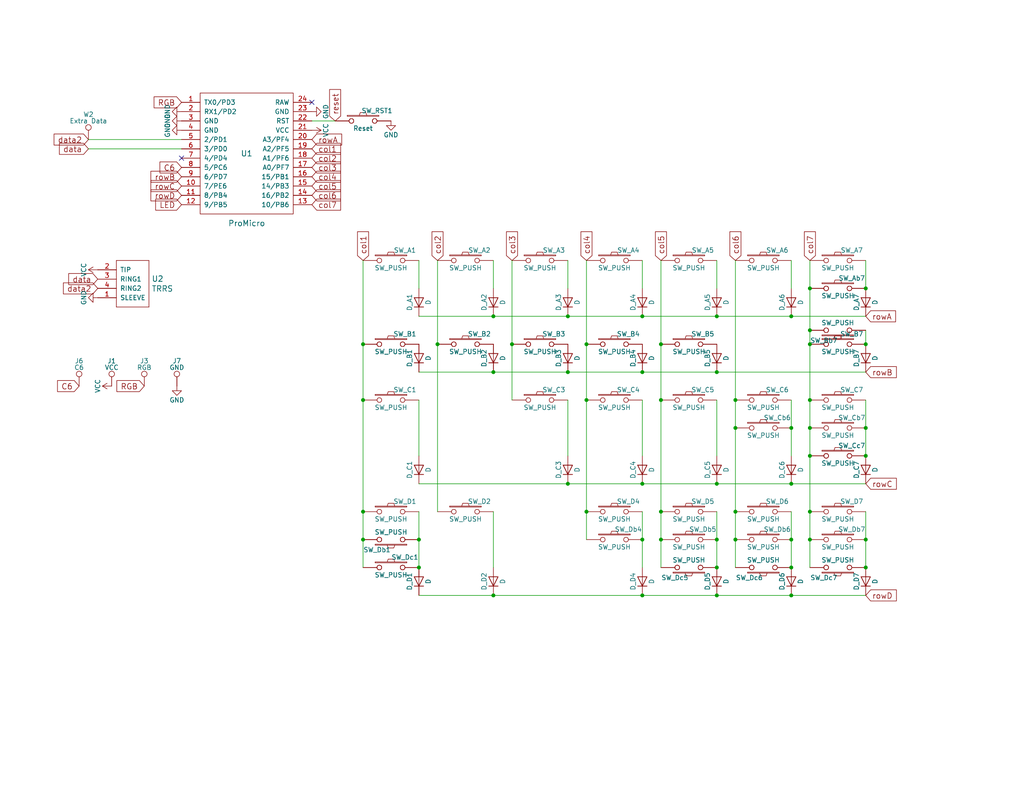
<source format=kicad_sch>
(kicad_sch (version 20210621) (generator eeschema)

  (uuid a3d21f9f-8a50-438e-a092-23904d8584c6)

  (paper "USLetter")

  (title_block
    (title "Fourier Keyboard")
    (rev "1.2")
    (company "Keebio")
  )

  (lib_symbols
    (symbol "device:D" (pin_numbers hide) (pin_names (offset 1.016) hide) (in_bom yes) (on_board yes)
      (property "Reference" "D" (id 0) (at 0 2.54 0)
        (effects (font (size 1.27 1.27)))
      )
      (property "Value" "device_D" (id 1) (at 0 -2.54 0)
        (effects (font (size 1.27 1.27)))
      )
      (property "Footprint" "" (id 2) (at 0 0 0)
        (effects (font (size 1.27 1.27)) hide)
      )
      (property "Datasheet" "" (id 3) (at 0 0 0)
        (effects (font (size 1.27 1.27)) hide)
      )
      (property "ki_fp_filters" "TO-???* *_Diode_* *SingleDiode* D_*" (id 4) (at 0 0 0)
        (effects (font (size 1.27 1.27)) hide)
      )
      (symbol "D_0_1"
        (polyline
          (pts
            (xy -1.27 1.27)
            (xy -1.27 -1.27)
          )
          (stroke (width 0.2032) (type default) (color 0 0 0 0))
          (fill (type none))
        )
        (polyline
          (pts
            (xy 1.27 0)
            (xy -1.27 0)
          )
          (stroke (width 0) (type default) (color 0 0 0 0))
          (fill (type none))
        )
        (polyline
          (pts
            (xy 1.27 1.27)
            (xy 1.27 -1.27)
            (xy -1.27 0)
            (xy 1.27 1.27)
          )
          (stroke (width 0.2032) (type default) (color 0 0 0 0))
          (fill (type none))
        )
      )
      (symbol "D_1_1"
        (pin passive line (at -3.81 0 0) (length 2.54)
          (name "K" (effects (font (size 1.27 1.27))))
          (number "1" (effects (font (size 1.27 1.27))))
        )
        (pin passive line (at 3.81 0 180) (length 2.54)
          (name "A" (effects (font (size 1.27 1.27))))
          (number "2" (effects (font (size 1.27 1.27))))
        )
      )
    )
    (symbol "fourier-right-rescue:ProMicro-promicro" (pin_names (offset 1.016)) (in_bom yes) (on_board yes)
      (property "Reference" "U" (id 0) (at 0 0 0)
        (effects (font (size 1.524 1.524)))
      )
      (property "Value" "ProMicro-promicro" (id 1) (at 0 -19.05 0)
        (effects (font (size 1.524 1.524)))
      )
      (property "Footprint" "" (id 2) (at 26.67 -63.5 90)
        (effects (font (size 1.524 1.524)) hide)
      )
      (property "Datasheet" "" (id 3) (at 26.67 -63.5 90)
        (effects (font (size 1.524 1.524)) hide)
      )
      (symbol "ProMicro-promicro_0_1"
        (rectangle (start -12.7 -16.51) (end 12.7 16.51)
          (stroke (width 0) (type default) (color 0 0 0 0))
          (fill (type none))
        )
      )
      (symbol "ProMicro-promicro_1_1"
        (pin input line (at -17.78 13.97 0) (length 5.08)
          (name "TX0/PD3" (effects (font (size 1.27 1.27))))
          (number "1" (effects (font (size 1.27 1.27))))
        )
        (pin input line (at -17.78 -8.89 0) (length 5.08)
          (name "7/PE6" (effects (font (size 1.27 1.27))))
          (number "10" (effects (font (size 1.27 1.27))))
        )
        (pin input line (at -17.78 -11.43 0) (length 5.08)
          (name "8/PB4" (effects (font (size 1.27 1.27))))
          (number "11" (effects (font (size 1.27 1.27))))
        )
        (pin input line (at -17.78 -13.97 0) (length 5.08)
          (name "9/PB5" (effects (font (size 1.27 1.27))))
          (number "12" (effects (font (size 1.27 1.27))))
        )
        (pin input line (at 17.78 -13.97 180) (length 5.08)
          (name "10/PB6" (effects (font (size 1.27 1.27))))
          (number "13" (effects (font (size 1.27 1.27))))
        )
        (pin input line (at 17.78 -11.43 180) (length 5.08)
          (name "16/PB2" (effects (font (size 1.27 1.27))))
          (number "14" (effects (font (size 1.27 1.27))))
        )
        (pin input line (at 17.78 -8.89 180) (length 5.08)
          (name "14/PB3" (effects (font (size 1.27 1.27))))
          (number "15" (effects (font (size 1.27 1.27))))
        )
        (pin input line (at 17.78 -6.35 180) (length 5.08)
          (name "15/PB1" (effects (font (size 1.27 1.27))))
          (number "16" (effects (font (size 1.27 1.27))))
        )
        (pin input line (at 17.78 -3.81 180) (length 5.08)
          (name "A0/PF7" (effects (font (size 1.27 1.27))))
          (number "17" (effects (font (size 1.27 1.27))))
        )
        (pin input line (at 17.78 -1.27 180) (length 5.08)
          (name "A1/PF6" (effects (font (size 1.27 1.27))))
          (number "18" (effects (font (size 1.27 1.27))))
        )
        (pin input line (at 17.78 1.27 180) (length 5.08)
          (name "A2/PF5" (effects (font (size 1.27 1.27))))
          (number "19" (effects (font (size 1.27 1.27))))
        )
        (pin input line (at -17.78 11.43 0) (length 5.08)
          (name "RX1/PD2" (effects (font (size 1.27 1.27))))
          (number "2" (effects (font (size 1.27 1.27))))
        )
        (pin input line (at 17.78 3.81 180) (length 5.08)
          (name "A3/PF4" (effects (font (size 1.27 1.27))))
          (number "20" (effects (font (size 1.27 1.27))))
        )
        (pin input line (at 17.78 6.35 180) (length 5.08)
          (name "VCC" (effects (font (size 1.27 1.27))))
          (number "21" (effects (font (size 1.27 1.27))))
        )
        (pin input line (at 17.78 8.89 180) (length 5.08)
          (name "RST" (effects (font (size 1.27 1.27))))
          (number "22" (effects (font (size 1.27 1.27))))
        )
        (pin input line (at 17.78 11.43 180) (length 5.08)
          (name "GND" (effects (font (size 1.27 1.27))))
          (number "23" (effects (font (size 1.27 1.27))))
        )
        (pin input line (at 17.78 13.97 180) (length 5.08)
          (name "RAW" (effects (font (size 1.27 1.27))))
          (number "24" (effects (font (size 1.27 1.27))))
        )
        (pin input line (at -17.78 8.89 0) (length 5.08)
          (name "GND" (effects (font (size 1.27 1.27))))
          (number "3" (effects (font (size 1.27 1.27))))
        )
        (pin input line (at -17.78 6.35 0) (length 5.08)
          (name "GND" (effects (font (size 1.27 1.27))))
          (number "4" (effects (font (size 1.27 1.27))))
        )
        (pin input line (at -17.78 3.81 0) (length 5.08)
          (name "2/PD1" (effects (font (size 1.27 1.27))))
          (number "5" (effects (font (size 1.27 1.27))))
        )
        (pin input line (at -17.78 1.27 0) (length 5.08)
          (name "3/PD0" (effects (font (size 1.27 1.27))))
          (number "6" (effects (font (size 1.27 1.27))))
        )
        (pin input line (at -17.78 -1.27 0) (length 5.08)
          (name "4/PD4" (effects (font (size 1.27 1.27))))
          (number "7" (effects (font (size 1.27 1.27))))
        )
        (pin input line (at -17.78 -3.81 0) (length 5.08)
          (name "5/PC6" (effects (font (size 1.27 1.27))))
          (number "8" (effects (font (size 1.27 1.27))))
        )
        (pin input line (at -17.78 -6.35 0) (length 5.08)
          (name "6/PD7" (effects (font (size 1.27 1.27))))
          (number "9" (effects (font (size 1.27 1.27))))
        )
      )
    )
    (symbol "fourier-right-rescue:SW_PUSH-RESCUE-fourier-right" (pin_numbers hide) (pin_names (offset 1.016) hide) (in_bom yes) (on_board yes)
      (property "Reference" "SW" (id 0) (at 3.81 2.794 0)
        (effects (font (size 1.27 1.27)))
      )
      (property "Value" "SW_PUSH-RESCUE-fourier-right" (id 1) (at 0 -2.032 0)
        (effects (font (size 1.27 1.27)))
      )
      (property "Footprint" "" (id 2) (at 0 0 0)
        (effects (font (size 1.27 1.27)))
      )
      (property "Datasheet" "" (id 3) (at 0 0 0)
        (effects (font (size 1.27 1.27)))
      )
      (symbol "SW_PUSH-RESCUE-fourier-right_0_1"
        (rectangle (start -4.318 1.27) (end 4.318 1.524)
          (stroke (width 0) (type default) (color 0 0 0 0))
          (fill (type none))
        )
        (polyline
          (pts
            (xy -1.016 1.524)
            (xy -0.762 2.286)
            (xy 0.762 2.286)
            (xy 1.016 1.524)
          )
          (stroke (width 0) (type default) (color 0 0 0 0))
          (fill (type none))
        )
        (pin passive inverted (at -7.62 0 0) (length 5.08)
          (name "1" (effects (font (size 1.27 1.27))))
          (number "1" (effects (font (size 1.27 1.27))))
        )
        (pin passive inverted (at 7.62 0 180) (length 5.08)
          (name "2" (effects (font (size 1.27 1.27))))
          (number "2" (effects (font (size 1.27 1.27))))
        )
      )
    )
    (symbol "fourier-right-rescue:TEST_1P-RESCUE-fourier-right" (pin_numbers hide) (pin_names (offset 0.762) hide) (in_bom yes) (on_board yes)
      (property "Reference" "J" (id 0) (at 0 6.858 0)
        (effects (font (size 1.27 1.27)))
      )
      (property "Value" "TEST_1P-RESCUE-fourier-right" (id 1) (at 0 5.08 0)
        (effects (font (size 1.27 1.27)))
      )
      (property "Footprint" "" (id 2) (at 5.08 0 0)
        (effects (font (size 1.27 1.27)) hide)
      )
      (property "Datasheet" "" (id 3) (at 5.08 0 0)
        (effects (font (size 1.27 1.27)) hide)
      )
      (symbol "TEST_1P-RESCUE-fourier-right_0_1"
        (circle (center 0 3.302) (radius 0.762)           (stroke (width 0) (type default) (color 0 0 0 0))
          (fill (type none))
        )
      )
      (symbol "TEST_1P-RESCUE-fourier-right_1_1"
        (pin passive line (at 0 0 90) (length 2.54)
          (name "1" (effects (font (size 1.27 1.27))))
          (number "1" (effects (font (size 1.27 1.27))))
        )
      )
    )
    (symbol "keebio:TRRS" (pin_names (offset 1.016)) (in_bom yes) (on_board yes)
      (property "Reference" "U" (id 0) (at 0 15.24 0)
        (effects (font (size 1.524 1.524)))
      )
      (property "Value" "keebio_TRRS" (id 1) (at 0 -2.54 0)
        (effects (font (size 1.524 1.524)))
      )
      (property "Footprint" "" (id 2) (at 3.81 0 0)
        (effects (font (size 1.524 1.524)) hide)
      )
      (property "Datasheet" "" (id 3) (at 3.81 0 0)
        (effects (font (size 1.524 1.524)) hide)
      )
      (symbol "TRRS_0_1"
        (rectangle (start -3.81 0) (end -3.81 12.7)
          (stroke (width 0) (type default) (color 0 0 0 0))
          (fill (type none))
        )
        (rectangle (start -3.81 12.7) (end 5.08 12.7)
          (stroke (width 0) (type default) (color 0 0 0 0))
          (fill (type none))
        )
        (rectangle (start 5.08 0) (end -3.81 0)
          (stroke (width 0) (type default) (color 0 0 0 0))
          (fill (type none))
        )
        (rectangle (start 5.08 12.7) (end 5.08 0)
          (stroke (width 0) (type default) (color 0 0 0 0))
          (fill (type none))
        )
      )
      (symbol "TRRS_1_1"
        (pin input line (at -8.89 2.54 0) (length 5.08)
          (name "SLEEVE" (effects (font (size 1.27 1.27))))
          (number "1" (effects (font (size 1.27 1.27))))
        )
        (pin input line (at -8.89 10.16 0) (length 5.08)
          (name "TIP" (effects (font (size 1.27 1.27))))
          (number "2" (effects (font (size 1.27 1.27))))
        )
        (pin input line (at -8.89 7.62 0) (length 5.08)
          (name "RING1" (effects (font (size 1.27 1.27))))
          (number "3" (effects (font (size 1.27 1.27))))
        )
        (pin input line (at -8.89 5.08 0) (length 5.08)
          (name "RING2" (effects (font (size 1.27 1.27))))
          (number "4" (effects (font (size 1.27 1.27))))
        )
      )
    )
    (symbol "power:GND" (power) (pin_names (offset 0)) (in_bom yes) (on_board yes)
      (property "Reference" "#PWR" (id 0) (at 0 -6.35 0)
        (effects (font (size 1.27 1.27)) hide)
      )
      (property "Value" "GND" (id 1) (at 0 -3.81 0)
        (effects (font (size 1.27 1.27)))
      )
      (property "Footprint" "" (id 2) (at 0 0 0)
        (effects (font (size 1.27 1.27)) hide)
      )
      (property "Datasheet" "" (id 3) (at 0 0 0)
        (effects (font (size 1.27 1.27)) hide)
      )
      (property "ki_keywords" "power-flag" (id 4) (at 0 0 0)
        (effects (font (size 1.27 1.27)) hide)
      )
      (property "ki_description" "Power symbol creates a global label with name \"GND\" , ground" (id 5) (at 0 0 0)
        (effects (font (size 1.27 1.27)) hide)
      )
      (symbol "GND_0_1"
        (polyline
          (pts
            (xy 0 0)
            (xy 0 -1.27)
            (xy 1.27 -1.27)
            (xy 0 -2.54)
            (xy -1.27 -1.27)
            (xy 0 -1.27)
          )
          (stroke (width 0) (type default) (color 0 0 0 0))
          (fill (type none))
        )
      )
      (symbol "GND_1_1"
        (pin power_in line (at 0 0 270) (length 0) hide
          (name "GND" (effects (font (size 1.27 1.27))))
          (number "1" (effects (font (size 1.27 1.27))))
        )
      )
    )
    (symbol "power:VCC" (power) (pin_names (offset 0)) (in_bom yes) (on_board yes)
      (property "Reference" "#PWR" (id 0) (at 0 -3.81 0)
        (effects (font (size 1.27 1.27)) hide)
      )
      (property "Value" "VCC" (id 1) (at 0 3.81 0)
        (effects (font (size 1.27 1.27)))
      )
      (property "Footprint" "" (id 2) (at 0 0 0)
        (effects (font (size 1.27 1.27)) hide)
      )
      (property "Datasheet" "" (id 3) (at 0 0 0)
        (effects (font (size 1.27 1.27)) hide)
      )
      (property "ki_keywords" "power-flag" (id 4) (at 0 0 0)
        (effects (font (size 1.27 1.27)) hide)
      )
      (property "ki_description" "Power symbol creates a global label with name \"VCC\"" (id 5) (at 0 0 0)
        (effects (font (size 1.27 1.27)) hide)
      )
      (symbol "VCC_0_1"
        (polyline
          (pts
            (xy -0.762 1.27)
            (xy 0 2.54)
          )
          (stroke (width 0) (type default) (color 0 0 0 0))
          (fill (type none))
        )
        (polyline
          (pts
            (xy 0 0)
            (xy 0 2.54)
          )
          (stroke (width 0) (type default) (color 0 0 0 0))
          (fill (type none))
        )
        (polyline
          (pts
            (xy 0 2.54)
            (xy 0.762 1.27)
          )
          (stroke (width 0) (type default) (color 0 0 0 0))
          (fill (type none))
        )
      )
      (symbol "VCC_1_1"
        (pin power_in line (at 0 0 90) (length 0) hide
          (name "VCC" (effects (font (size 1.27 1.27))))
          (number "1" (effects (font (size 1.27 1.27))))
        )
      )
    )
  )

  (junction (at 175.26 147.32) (diameter 0) (color 0 0 0 0))
  (junction (at 236.22 93.98) (diameter 0) (color 0 0 0 0))
  (junction (at 175.26 132.08) (diameter 0) (color 0 0 0 0))
  (junction (at 220.98 93.98) (diameter 0) (color 0 0 0 0))
  (junction (at 195.58 154.94) (diameter 0) (color 0 0 0 0))
  (junction (at 220.98 124.46) (diameter 0) (color 0 0 0 0))
  (junction (at 99.06 139.7) (diameter 0) (color 0 0 0 0))
  (junction (at 236.22 116.84) (diameter 0) (color 0 0 0 0))
  (junction (at 200.66 139.7) (diameter 0) (color 0 0 0 0))
  (junction (at 160.02 93.98) (diameter 0) (color 0 0 0 0))
  (junction (at 114.3 147.32) (diameter 0) (color 0 0 0 0))
  (junction (at 195.58 101.6) (diameter 0) (color 0 0 0 0))
  (junction (at 180.34 93.98) (diameter 0) (color 0 0 0 0))
  (junction (at 236.22 154.94) (diameter 0) (color 0 0 0 0))
  (junction (at 236.22 147.32) (diameter 0) (color 0 0 0 0))
  (junction (at 175.26 86.36) (diameter 0) (color 0 0 0 0))
  (junction (at 215.9 162.56) (diameter 0) (color 0 0 0 0))
  (junction (at 180.34 109.22) (diameter 0) (color 0 0 0 0))
  (junction (at 215.9 116.84) (diameter 0) (color 0 0 0 0))
  (junction (at 220.98 139.7) (diameter 0) (color 0 0 0 0))
  (junction (at 220.98 147.32) (diameter 0) (color 0 0 0 0))
  (junction (at 99.06 109.22) (diameter 0) (color 0 0 0 0))
  (junction (at 220.98 90.17) (diameter 0) (color 0 0 0 0))
  (junction (at 160.02 139.7) (diameter 0) (color 0 0 0 0))
  (junction (at 154.94 86.36) (diameter 0) (color 0 0 0 0))
  (junction (at 175.26 101.6) (diameter 0) (color 0 0 0 0))
  (junction (at 119.38 93.98) (diameter 0) (color 0 0 0 0))
  (junction (at 236.22 124.46) (diameter 0) (color 0 0 0 0))
  (junction (at 200.66 116.84) (diameter 0) (color 0 0 0 0))
  (junction (at 134.62 162.56) (diameter 0) (color 0 0 0 0))
  (junction (at 220.98 109.22) (diameter 0) (color 0 0 0 0))
  (junction (at 195.58 147.32) (diameter 0) (color 0 0 0 0))
  (junction (at 160.02 109.22) (diameter 0) (color 0 0 0 0))
  (junction (at 220.98 78.74) (diameter 0) (color 0 0 0 0))
  (junction (at 215.9 132.08) (diameter 0) (color 0 0 0 0))
  (junction (at 175.26 162.56) (diameter 0) (color 0 0 0 0))
  (junction (at 134.62 86.36) (diameter 0) (color 0 0 0 0))
  (junction (at 200.66 109.22) (diameter 0) (color 0 0 0 0))
  (junction (at 114.3 154.94) (diameter 0) (color 0 0 0 0))
  (junction (at 180.34 139.7) (diameter 0) (color 0 0 0 0))
  (junction (at 215.9 154.94) (diameter 0) (color 0 0 0 0))
  (junction (at 154.94 132.08) (diameter 0) (color 0 0 0 0))
  (junction (at 195.58 162.56) (diameter 0) (color 0 0 0 0))
  (junction (at 195.58 86.36) (diameter 0) (color 0 0 0 0))
  (junction (at 99.06 93.98) (diameter 0) (color 0 0 0 0))
  (junction (at 200.66 147.32) (diameter 0) (color 0 0 0 0))
  (junction (at 154.94 101.6) (diameter 0) (color 0 0 0 0))
  (junction (at 220.98 116.84) (diameter 0) (color 0 0 0 0))
  (junction (at 215.9 86.36) (diameter 0) (color 0 0 0 0))
  (junction (at 139.7 93.98) (diameter 0) (color 0 0 0 0))
  (junction (at 215.9 147.32) (diameter 0) (color 0 0 0 0))
  (junction (at 134.62 101.6) (diameter 0) (color 0 0 0 0))
  (junction (at 99.06 147.32) (diameter 0) (color 0 0 0 0))
  (junction (at 195.58 132.08) (diameter 0) (color 0 0 0 0))
  (junction (at 180.34 147.32) (diameter 0) (color 0 0 0 0))
  (junction (at 236.22 78.74) (diameter 0) (color 0 0 0 0))

  (no_connect (at 85.09 27.94) (uuid 76f6e878-f2f1-405b-a694-ed898ccd70ad))
  (no_connect (at 49.53 43.18) (uuid 946957da-0bd6-4528-bda4-78fb5663936f))

  (wire (pts (xy 119.38 139.7) (xy 119.38 93.98))
    (stroke (width 0) (type default) (color 0 0 0 0))
    (uuid 075c6328-b60c-4039-a8ce-d3259cc6df79)
  )
  (wire (pts (xy 180.34 71.12) (xy 180.34 93.98))
    (stroke (width 0) (type default) (color 0 0 0 0))
    (uuid 0c7feaa3-1883-462a-8513-d7788295cec0)
  )
  (wire (pts (xy 220.98 124.46) (xy 220.98 139.7))
    (stroke (width 0) (type default) (color 0 0 0 0))
    (uuid 0e3b74f0-a5e2-41cd-b6a5-71d5005662a3)
  )
  (wire (pts (xy 154.94 86.36) (xy 175.26 86.36))
    (stroke (width 0) (type default) (color 0 0 0 0))
    (uuid 1244bdf3-174b-43d1-92a0-ffdba3b3218d)
  )
  (wire (pts (xy 215.9 86.36) (xy 236.22 86.36))
    (stroke (width 0) (type default) (color 0 0 0 0))
    (uuid 13328457-606c-4e73-9425-1ac369487f3c)
  )
  (wire (pts (xy 180.34 147.32) (xy 180.34 154.94))
    (stroke (width 0) (type default) (color 0 0 0 0))
    (uuid 1a2d20fe-6156-4cff-8d54-fb921c448296)
  )
  (wire (pts (xy 114.3 78.74) (xy 114.3 71.12))
    (stroke (width 0) (type default) (color 0 0 0 0))
    (uuid 1b3de393-4cfa-4a21-849c-22fcf6800029)
  )
  (wire (pts (xy 220.98 116.84) (xy 220.98 124.46))
    (stroke (width 0) (type default) (color 0 0 0 0))
    (uuid 2018d0bd-51fc-4724-a0d4-1068f2c58a5d)
  )
  (wire (pts (xy 114.3 162.56) (xy 134.62 162.56))
    (stroke (width 0) (type default) (color 0 0 0 0))
    (uuid 21157860-711a-42e3-ad00-6d48f80b373b)
  )
  (wire (pts (xy 200.66 116.84) (xy 200.66 139.7))
    (stroke (width 0) (type default) (color 0 0 0 0))
    (uuid 25899f1a-fa67-4ef1-a979-5bba1026482e)
  )
  (wire (pts (xy 195.58 132.08) (xy 215.9 132.08))
    (stroke (width 0) (type default) (color 0 0 0 0))
    (uuid 29791fd6-1ace-4cdd-9912-11685a200b5d)
  )
  (wire (pts (xy 195.58 139.7) (xy 195.58 147.32))
    (stroke (width 0) (type default) (color 0 0 0 0))
    (uuid 36eb9779-7e36-4836-b024-4dd76b06981e)
  )
  (wire (pts (xy 175.26 162.56) (xy 195.58 162.56))
    (stroke (width 0) (type default) (color 0 0 0 0))
    (uuid 39ab94ae-210d-4575-ae7d-8e0657cde1b3)
  )
  (wire (pts (xy 114.3 124.46) (xy 114.3 109.22))
    (stroke (width 0) (type default) (color 0 0 0 0))
    (uuid 39e5ca2b-5ab1-492d-aae8-b9c3497f60c0)
  )
  (wire (pts (xy 175.26 139.7) (xy 175.26 147.32))
    (stroke (width 0) (type default) (color 0 0 0 0))
    (uuid 3b77ac87-0876-4b5d-b211-358884dec41d)
  )
  (wire (pts (xy 99.06 109.22) (xy 99.06 139.7))
    (stroke (width 0) (type default) (color 0 0 0 0))
    (uuid 404ef545-96dd-4b67-a91a-15752a68beac)
  )
  (wire (pts (xy 160.02 93.98) (xy 160.02 109.22))
    (stroke (width 0) (type default) (color 0 0 0 0))
    (uuid 42d4023d-b0d5-4086-969c-95a976fd2cd2)
  )
  (wire (pts (xy 180.34 93.98) (xy 180.34 109.22))
    (stroke (width 0) (type default) (color 0 0 0 0))
    (uuid 46459153-e2cb-428d-bc0a-07e8689b3bac)
  )
  (wire (pts (xy 220.98 71.12) (xy 220.98 78.74))
    (stroke (width 0) (type default) (color 0 0 0 0))
    (uuid 46672a5a-fc65-4399-ac33-111031208463)
  )
  (wire (pts (xy 195.58 101.6) (xy 236.22 101.6))
    (stroke (width 0) (type default) (color 0 0 0 0))
    (uuid 51c19306-13f1-4bed-a405-0b6ee2533b92)
  )
  (wire (pts (xy 134.62 162.56) (xy 175.26 162.56))
    (stroke (width 0) (type default) (color 0 0 0 0))
    (uuid 5699d0c2-8199-452b-8f6b-0003de676c7e)
  )
  (wire (pts (xy 200.66 139.7) (xy 200.66 147.32))
    (stroke (width 0) (type default) (color 0 0 0 0))
    (uuid 575b8a29-af06-45c9-acb1-b7931f2555e7)
  )
  (wire (pts (xy 175.26 132.08) (xy 195.58 132.08))
    (stroke (width 0) (type default) (color 0 0 0 0))
    (uuid 58121493-eefe-4e43-9139-c6befdf063bd)
  )
  (wire (pts (xy 236.22 139.7) (xy 236.22 147.32))
    (stroke (width 0) (type default) (color 0 0 0 0))
    (uuid 58dda53d-262b-44a4-95c3-fd39ba61c22d)
  )
  (wire (pts (xy 24.13 40.64) (xy 49.53 40.64))
    (stroke (width 0) (type default) (color 0 0 0 0))
    (uuid 60769768-55de-4575-ba2b-a9e658a87f20)
  )
  (wire (pts (xy 215.9 147.32) (xy 215.9 154.94))
    (stroke (width 0) (type default) (color 0 0 0 0))
    (uuid 62853f2f-e469-4eba-9ff9-be8e4240af8d)
  )
  (wire (pts (xy 195.58 147.32) (xy 195.58 154.94))
    (stroke (width 0) (type default) (color 0 0 0 0))
    (uuid 648b33b8-f41d-4913-8490-030cb56f37dc)
  )
  (wire (pts (xy 99.06 93.98) (xy 99.06 109.22))
    (stroke (width 0) (type default) (color 0 0 0 0))
    (uuid 66931767-11fd-41cb-b49f-17855ff0ee3c)
  )
  (wire (pts (xy 220.98 93.98) (xy 220.98 109.22))
    (stroke (width 0) (type default) (color 0 0 0 0))
    (uuid 69129ff6-f470-4bf3-913a-16548a912520)
  )
  (wire (pts (xy 154.94 101.6) (xy 175.26 101.6))
    (stroke (width 0) (type default) (color 0 0 0 0))
    (uuid 6b575aca-7c2b-4b3a-8598-2842959ea9ed)
  )
  (wire (pts (xy 114.3 101.6) (xy 134.62 101.6))
    (stroke (width 0) (type default) (color 0 0 0 0))
    (uuid 6b71d8f5-bfc8-4971-a598-4686e00b82fe)
  )
  (wire (pts (xy 99.06 71.12) (xy 99.06 93.98))
    (stroke (width 0) (type default) (color 0 0 0 0))
    (uuid 6ce71968-c61b-4d24-bbdd-ee8765b23241)
  )
  (wire (pts (xy 215.9 132.08) (xy 236.22 132.08))
    (stroke (width 0) (type default) (color 0 0 0 0))
    (uuid 6d264bae-adfc-440b-8393-b0ac3e7054c0)
  )
  (wire (pts (xy 215.9 109.22) (xy 215.9 116.84))
    (stroke (width 0) (type default) (color 0 0 0 0))
    (uuid 7372beaf-4df6-4919-b044-5a1b6bd03764)
  )
  (wire (pts (xy 175.26 86.36) (xy 195.58 86.36))
    (stroke (width 0) (type default) (color 0 0 0 0))
    (uuid 7b8184cd-e98c-4485-8331-a43cabea4b4d)
  )
  (wire (pts (xy 160.02 109.22) (xy 160.02 139.7))
    (stroke (width 0) (type default) (color 0 0 0 0))
    (uuid 7b818d7c-6390-47e6-873c-f38a216bcbe5)
  )
  (wire (pts (xy 175.26 101.6) (xy 195.58 101.6))
    (stroke (width 0) (type default) (color 0 0 0 0))
    (uuid 7bdfa93d-a393-4b36-b466-532544c677e9)
  )
  (wire (pts (xy 220.98 90.17) (xy 220.98 93.98))
    (stroke (width 0) (type default) (color 0 0 0 0))
    (uuid 7eb280cf-f976-4b6a-a771-39e0c1006347)
  )
  (wire (pts (xy 175.26 78.74) (xy 175.26 71.12))
    (stroke (width 0) (type default) (color 0 0 0 0))
    (uuid 800ed28b-693d-421a-89d2-7e39c51a8c79)
  )
  (wire (pts (xy 220.98 139.7) (xy 220.98 147.32))
    (stroke (width 0) (type default) (color 0 0 0 0))
    (uuid 82be9c9b-78e3-4d98-ab96-d4f63eb9c234)
  )
  (wire (pts (xy 134.62 86.36) (xy 154.94 86.36))
    (stroke (width 0) (type default) (color 0 0 0 0))
    (uuid 83214d71-c13d-48f1-a508-a8a132cd5cca)
  )
  (wire (pts (xy 220.98 147.32) (xy 220.98 154.94))
    (stroke (width 0) (type default) (color 0 0 0 0))
    (uuid 8544f3a1-14df-4a73-ba18-d95f2d38a609)
  )
  (wire (pts (xy 139.7 93.98) (xy 139.7 109.22))
    (stroke (width 0) (type default) (color 0 0 0 0))
    (uuid 854c77f2-8c52-4fbe-863f-5f62c8986013)
  )
  (wire (pts (xy 220.98 109.22) (xy 220.98 116.84))
    (stroke (width 0) (type default) (color 0 0 0 0))
    (uuid 86b5a316-e40e-474d-b6ef-e9a880a9e6ec)
  )
  (wire (pts (xy 175.26 147.32) (xy 175.26 154.94))
    (stroke (width 0) (type default) (color 0 0 0 0))
    (uuid 8a57a806-7ba2-4239-a3da-7d827731d1f8)
  )
  (wire (pts (xy 195.58 86.36) (xy 215.9 86.36))
    (stroke (width 0) (type default) (color 0 0 0 0))
    (uuid 8e06f91e-a41d-4585-87b2-16c6c1bb5747)
  )
  (wire (pts (xy 215.9 116.84) (xy 215.9 124.46))
    (stroke (width 0) (type default) (color 0 0 0 0))
    (uuid 8f05e5b7-6c56-45ed-9b2e-a5f72ffb0a32)
  )
  (wire (pts (xy 200.66 71.12) (xy 200.66 109.22))
    (stroke (width 0) (type default) (color 0 0 0 0))
    (uuid 951f2488-7d74-46ad-b6b2-67969d0e67fe)
  )
  (wire (pts (xy 99.06 139.7) (xy 99.06 147.32))
    (stroke (width 0) (type default) (color 0 0 0 0))
    (uuid 96b85619-305b-4605-8b55-29fecfba2c66)
  )
  (wire (pts (xy 215.9 139.7) (xy 215.9 147.32))
    (stroke (width 0) (type default) (color 0 0 0 0))
    (uuid 9794d076-82b0-4e32-aa02-576ce1cfdc90)
  )
  (wire (pts (xy 215.9 162.56) (xy 236.22 162.56))
    (stroke (width 0) (type default) (color 0 0 0 0))
    (uuid 9970b227-a490-455f-9183-c13ece6aa10e)
  )
  (wire (pts (xy 200.66 147.32) (xy 200.66 154.94))
    (stroke (width 0) (type default) (color 0 0 0 0))
    (uuid a19daf95-6368-4769-a360-c9dbdda096f2)
  )
  (wire (pts (xy 154.94 132.08) (xy 175.26 132.08))
    (stroke (width 0) (type default) (color 0 0 0 0))
    (uuid a2e8a804-37c2-43b4-91cd-bc6d08c6821a)
  )
  (wire (pts (xy 114.3 139.7) (xy 114.3 147.32))
    (stroke (width 0) (type default) (color 0 0 0 0))
    (uuid a5043125-fd90-45a4-ad68-8d532f196fbf)
  )
  (wire (pts (xy 99.06 154.94) (xy 99.06 147.32))
    (stroke (width 0) (type default) (color 0 0 0 0))
    (uuid a5e07d20-aa92-487e-b724-3228eb5dbb23)
  )
  (wire (pts (xy 154.94 124.46) (xy 154.94 109.22))
    (stroke (width 0) (type default) (color 0 0 0 0))
    (uuid a776849f-3fcb-438e-864a-a2a0ead7fbff)
  )
  (wire (pts (xy 114.3 147.32) (xy 114.3 154.94))
    (stroke (width 0) (type default) (color 0 0 0 0))
    (uuid aaa5ea38-4557-4455-8b0e-7e1240bf375f)
  )
  (wire (pts (xy 114.3 132.08) (xy 154.94 132.08))
    (stroke (width 0) (type default) (color 0 0 0 0))
    (uuid b46cd6c7-183a-4bd0-81bf-6d12c2c31599)
  )
  (wire (pts (xy 215.9 78.74) (xy 215.9 71.12))
    (stroke (width 0) (type default) (color 0 0 0 0))
    (uuid b5de14a5-4d90-4754-b904-b20b14e6f264)
  )
  (wire (pts (xy 236.22 78.74) (xy 236.22 71.12))
    (stroke (width 0) (type default) (color 0 0 0 0))
    (uuid b99130ff-bb38-473b-a94d-f7348aa39634)
  )
  (wire (pts (xy 175.26 124.46) (xy 175.26 109.22))
    (stroke (width 0) (type default) (color 0 0 0 0))
    (uuid bd2f0f90-f8c8-4e8c-a8f0-ec253cc2f1fa)
  )
  (wire (pts (xy 154.94 71.12) (xy 154.94 78.74))
    (stroke (width 0) (type default) (color 0 0 0 0))
    (uuid c116b0ee-a3d9-4cb8-8789-a1c43a279986)
  )
  (wire (pts (xy 236.22 147.32) (xy 236.22 154.94))
    (stroke (width 0) (type default) (color 0 0 0 0))
    (uuid c2e04b5e-e60f-4130-b78a-cafc23b445f0)
  )
  (wire (pts (xy 139.7 71.12) (xy 139.7 93.98))
    (stroke (width 0) (type default) (color 0 0 0 0))
    (uuid c7a27f49-22a4-4de3-ac62-3177a6795388)
  )
  (wire (pts (xy 160.02 71.12) (xy 160.02 93.98))
    (stroke (width 0) (type default) (color 0 0 0 0))
    (uuid ca3dafab-7894-463b-8f78-a6b2f0d49574)
  )
  (wire (pts (xy 180.34 139.7) (xy 180.34 147.32))
    (stroke (width 0) (type default) (color 0 0 0 0))
    (uuid d20896c0-d271-46b7-ab32-438111efa3e1)
  )
  (wire (pts (xy 134.62 154.94) (xy 134.62 139.7))
    (stroke (width 0) (type default) (color 0 0 0 0))
    (uuid d6fd0610-9131-487b-9187-1bea2e6fa55f)
  )
  (wire (pts (xy 236.22 116.84) (xy 236.22 124.46))
    (stroke (width 0) (type default) (color 0 0 0 0))
    (uuid db071252-835b-43c2-9d93-be4060befcf7)
  )
  (wire (pts (xy 236.22 93.98) (xy 236.22 90.17))
    (stroke (width 0) (type default) (color 0 0 0 0))
    (uuid dd588383-102c-4b1e-afda-bf9273902f32)
  )
  (wire (pts (xy 200.66 109.22) (xy 200.66 116.84))
    (stroke (width 0) (type default) (color 0 0 0 0))
    (uuid e18eafb4-4f7f-4125-a7f3-859276251038)
  )
  (wire (pts (xy 195.58 109.22) (xy 195.58 124.46))
    (stroke (width 0) (type default) (color 0 0 0 0))
    (uuid e21e93a1-aaf2-4afe-9153-2b8d475c5a2a)
  )
  (wire (pts (xy 220.98 78.74) (xy 220.98 90.17))
    (stroke (width 0) (type default) (color 0 0 0 0))
    (uuid ebbbef66-188b-496b-961f-310b79343f24)
  )
  (wire (pts (xy 195.58 71.12) (xy 195.58 78.74))
    (stroke (width 0) (type default) (color 0 0 0 0))
    (uuid eda060cd-af75-4b3a-8691-a50e48da1916)
  )
  (wire (pts (xy 180.34 109.22) (xy 180.34 139.7))
    (stroke (width 0) (type default) (color 0 0 0 0))
    (uuid ef30f7a7-a776-47f0-8807-5325f0318694)
  )
  (wire (pts (xy 160.02 139.7) (xy 160.02 147.32))
    (stroke (width 0) (type default) (color 0 0 0 0))
    (uuid efb27513-9b68-4c7d-921b-14db45ef99d5)
  )
  (wire (pts (xy 236.22 109.22) (xy 236.22 116.84))
    (stroke (width 0) (type default) (color 0 0 0 0))
    (uuid f06f6332-d09b-464a-acde-21c6b0d09944)
  )
  (wire (pts (xy 91.44 33.02) (xy 85.09 33.02))
    (stroke (width 0) (type default) (color 0 0 0 0))
    (uuid f12fc209-46bb-46c8-9f46-96d48bcaba60)
  )
  (wire (pts (xy 119.38 93.98) (xy 119.38 71.12))
    (stroke (width 0) (type default) (color 0 0 0 0))
    (uuid f5bb1e43-c795-4e6a-85c6-0276668931a8)
  )
  (wire (pts (xy 134.62 101.6) (xy 154.94 101.6))
    (stroke (width 0) (type default) (color 0 0 0 0))
    (uuid fa33c847-c04d-476a-bd5b-3a3ee2dd0df8)
  )
  (wire (pts (xy 24.13 38.1) (xy 49.53 38.1))
    (stroke (width 0) (type default) (color 0 0 0 0))
    (uuid fb55b15e-9669-4aff-ac40-062e72a06472)
  )
  (wire (pts (xy 114.3 86.36) (xy 134.62 86.36))
    (stroke (width 0) (type default) (color 0 0 0 0))
    (uuid fc65f72b-4e84-4f18-ab61-03ff0e5feeb5)
  )
  (wire (pts (xy 134.62 78.74) (xy 134.62 71.12))
    (stroke (width 0) (type default) (color 0 0 0 0))
    (uuid fc802932-02ef-4789-b733-19b2412353a1)
  )
  (wire (pts (xy 195.58 162.56) (xy 215.9 162.56))
    (stroke (width 0) (type default) (color 0 0 0 0))
    (uuid fe4f849a-a0ab-4bf6-9cb4-b8e0aa504651)
  )

  (global_label "col5" (shape input) (at 85.09 50.8 0) (fields_autoplaced)
    (effects (font (size 1.524 1.524)) (justify left))
    (uuid 03daae1f-19eb-4c14-bcff-148e73a9e8d5)
    (property "Intersheet References" "${INTERSHEET_REFS}" (id 0) (at 0 0 0)
      (effects (font (size 1.27 1.27)) hide)
    )
  )
  (global_label "reset" (shape input) (at 91.44 33.02 90) (fields_autoplaced)
    (effects (font (size 1.524 1.524)) (justify left))
    (uuid 12cbbc37-7560-4a6e-924d-544a7672da0a)
    (property "Intersheet References" "${INTERSHEET_REFS}" (id 0) (at 0 0 0)
      (effects (font (size 1.27 1.27)) hide)
    )
  )
  (global_label "col2" (shape input) (at 85.09 43.18 0) (fields_autoplaced)
    (effects (font (size 1.524 1.524)) (justify left))
    (uuid 158910b7-735a-497c-9e86-ddf0f7ea3a25)
    (property "Intersheet References" "${INTERSHEET_REFS}" (id 0) (at 0 0 0)
      (effects (font (size 1.27 1.27)) hide)
    )
  )
  (global_label "data2" (shape input) (at 26.67 78.74 180) (fields_autoplaced)
    (effects (font (size 1.524 1.524)) (justify right))
    (uuid 1e93ddae-8870-4219-ac0c-0154f8ac44ae)
    (property "Intersheet References" "${INTERSHEET_REFS}" (id 0) (at 0 0 0)
      (effects (font (size 1.27 1.27)) hide)
    )
  )
  (global_label "LED" (shape input) (at 49.53 55.88 180) (fields_autoplaced)
    (effects (font (size 1.524 1.524)) (justify right))
    (uuid 26a22d4c-84ff-41c0-a57c-883c354d0325)
    (property "Intersheet References" "${INTERSHEET_REFS}" (id 0) (at 0 0 0)
      (effects (font (size 1.27 1.27)) hide)
    )
  )
  (global_label "col6" (shape input) (at 200.66 71.12 90) (fields_autoplaced)
    (effects (font (size 1.524 1.524)) (justify left))
    (uuid 33fde0f7-d4a5-4af3-8d3a-5ef060567a0b)
    (property "Intersheet References" "${INTERSHEET_REFS}" (id 0) (at 0 0 0)
      (effects (font (size 1.27 1.27)) hide)
    )
  )
  (global_label "data" (shape input) (at 26.67 76.2 180) (fields_autoplaced)
    (effects (font (size 1.524 1.524)) (justify right))
    (uuid 36443d3e-9723-475a-879b-79a9ae3754e0)
    (property "Intersheet References" "${INTERSHEET_REFS}" (id 0) (at 0 0 0)
      (effects (font (size 1.27 1.27)) hide)
    )
  )
  (global_label "col3" (shape input) (at 85.09 45.72 0) (fields_autoplaced)
    (effects (font (size 1.524 1.524)) (justify left))
    (uuid 37a48030-d458-40c0-8234-498eb076fdc4)
    (property "Intersheet References" "${INTERSHEET_REFS}" (id 0) (at 0 0 0)
      (effects (font (size 1.27 1.27)) hide)
    )
  )
  (global_label "rowD" (shape input) (at 236.22 162.56 0) (fields_autoplaced)
    (effects (font (size 1.524 1.524)) (justify left))
    (uuid 43855cb0-471a-4d21-9790-019732f58a96)
    (property "Intersheet References" "${INTERSHEET_REFS}" (id 0) (at 0 0 0)
      (effects (font (size 1.27 1.27)) hide)
    )
  )
  (global_label "C6" (shape input) (at 21.59 105.41 180) (fields_autoplaced)
    (effects (font (size 1.524 1.524)) (justify right))
    (uuid 441ba678-0583-4d47-adb8-44dbcad0ffe9)
    (property "Intersheet References" "${INTERSHEET_REFS}" (id 0) (at 0 0 0)
      (effects (font (size 1.27 1.27)) hide)
    )
  )
  (global_label "col6" (shape input) (at 85.09 53.34 0) (fields_autoplaced)
    (effects (font (size 1.524 1.524)) (justify left))
    (uuid 4bb5a73b-2b8e-46dc-af39-48044c3f61ce)
    (property "Intersheet References" "${INTERSHEET_REFS}" (id 0) (at 0 0 0)
      (effects (font (size 1.27 1.27)) hide)
    )
  )
  (global_label "col1" (shape input) (at 85.09 40.64 0) (fields_autoplaced)
    (effects (font (size 1.524 1.524)) (justify left))
    (uuid 5ae99571-d242-4527-b036-690759ec8fe8)
    (property "Intersheet References" "${INTERSHEET_REFS}" (id 0) (at 0 0 0)
      (effects (font (size 1.27 1.27)) hide)
    )
  )
  (global_label "rowB" (shape input) (at 236.22 101.6 0) (fields_autoplaced)
    (effects (font (size 1.524 1.524)) (justify left))
    (uuid 6202f303-dbc6-438a-ab74-8e06f5d67100)
    (property "Intersheet References" "${INTERSHEET_REFS}" (id 0) (at 0 0 0)
      (effects (font (size 1.27 1.27)) hide)
    )
  )
  (global_label "col4" (shape input) (at 85.09 48.26 0) (fields_autoplaced)
    (effects (font (size 1.524 1.524)) (justify left))
    (uuid 710dc45e-a256-45de-b4bc-1f4f0d688511)
    (property "Intersheet References" "${INTERSHEET_REFS}" (id 0) (at 0 0 0)
      (effects (font (size 1.27 1.27)) hide)
    )
  )
  (global_label "C6" (shape input) (at 49.53 45.72 180) (fields_autoplaced)
    (effects (font (size 1.524 1.524)) (justify right))
    (uuid 86380694-95bf-4ef1-9ce2-40c3fcde4506)
    (property "Intersheet References" "${INTERSHEET_REFS}" (id 0) (at 0 0 0)
      (effects (font (size 1.27 1.27)) hide)
    )
  )
  (global_label "col5" (shape input) (at 180.34 71.12 90) (fields_autoplaced)
    (effects (font (size 1.524 1.524)) (justify left))
    (uuid 86aa15f8-4d5e-41ef-845e-e0c9b3568dcc)
    (property "Intersheet References" "${INTERSHEET_REFS}" (id 0) (at 0 0 0)
      (effects (font (size 1.27 1.27)) hide)
    )
  )
  (global_label "rowC" (shape input) (at 49.53 50.8 180) (fields_autoplaced)
    (effects (font (size 1.524 1.524)) (justify right))
    (uuid 8fbf428d-e62b-4df7-801c-9c2cad728130)
    (property "Intersheet References" "${INTERSHEET_REFS}" (id 0) (at 0 0 0)
      (effects (font (size 1.27 1.27)) hide)
    )
  )
  (global_label "col7" (shape input) (at 220.98 71.12 90) (fields_autoplaced)
    (effects (font (size 1.524 1.524)) (justify left))
    (uuid 9c4bac01-cd10-45c0-9363-8c400e048f56)
    (property "Intersheet References" "${INTERSHEET_REFS}" (id 0) (at 0 0 0)
      (effects (font (size 1.27 1.27)) hide)
    )
  )
  (global_label "col4" (shape input) (at 160.02 71.12 90) (fields_autoplaced)
    (effects (font (size 1.524 1.524)) (justify left))
    (uuid a0cd02cc-cb5d-4ac6-8764-2a3f2263a9c3)
    (property "Intersheet References" "${INTERSHEET_REFS}" (id 0) (at 0 0 0)
      (effects (font (size 1.27 1.27)) hide)
    )
  )
  (global_label "data" (shape input) (at 24.13 40.64 180) (fields_autoplaced)
    (effects (font (size 1.524 1.524)) (justify right))
    (uuid ae10f1b7-af5c-41ff-9b12-77a2d520a549)
    (property "Intersheet References" "${INTERSHEET_REFS}" (id 0) (at 0 0 0)
      (effects (font (size 1.27 1.27)) hide)
    )
  )
  (global_label "rowA" (shape input) (at 236.22 86.36 0) (fields_autoplaced)
    (effects (font (size 1.524 1.524)) (justify left))
    (uuid b9ae670e-5b29-4bf2-999e-1f2a5fca0616)
    (property "Intersheet References" "${INTERSHEET_REFS}" (id 0) (at 0 0 0)
      (effects (font (size 1.27 1.27)) hide)
    )
  )
  (global_label "rowC" (shape input) (at 236.22 132.08 0) (fields_autoplaced)
    (effects (font (size 1.524 1.524)) (justify left))
    (uuid c309d678-a33a-4448-80d2-ee191430a1f0)
    (property "Intersheet References" "${INTERSHEET_REFS}" (id 0) (at 0 0 0)
      (effects (font (size 1.27 1.27)) hide)
    )
  )
  (global_label "RGB" (shape input) (at 39.37 105.41 180) (fields_autoplaced)
    (effects (font (size 1.524 1.524)) (justify right))
    (uuid cc99918c-64c9-43ea-b7b6-28771833c426)
    (property "Intersheet References" "${INTERSHEET_REFS}" (id 0) (at 0 0 0)
      (effects (font (size 1.27 1.27)) hide)
    )
  )
  (global_label "col1" (shape input) (at 99.06 71.12 90) (fields_autoplaced)
    (effects (font (size 1.524 1.524)) (justify left))
    (uuid d21c3c38-09eb-4a7e-8902-ec1caf6eb931)
    (property "Intersheet References" "${INTERSHEET_REFS}" (id 0) (at 0 0 0)
      (effects (font (size 1.27 1.27)) hide)
    )
  )
  (global_label "col3" (shape input) (at 139.7 71.12 90) (fields_autoplaced)
    (effects (font (size 1.524 1.524)) (justify left))
    (uuid d7bca69c-ac0d-41d0-85ed-a141a40ebdf2)
    (property "Intersheet References" "${INTERSHEET_REFS}" (id 0) (at 0 0 0)
      (effects (font (size 1.27 1.27)) hide)
    )
  )
  (global_label "rowD" (shape input) (at 49.53 53.34 180) (fields_autoplaced)
    (effects (font (size 1.524 1.524)) (justify right))
    (uuid e33afb0a-d7a2-4fe7-ab9f-e7dca4276eb3)
    (property "Intersheet References" "${INTERSHEET_REFS}" (id 0) (at 0 0 0)
      (effects (font (size 1.27 1.27)) hide)
    )
  )
  (global_label "rowB" (shape input) (at 49.53 48.26 180) (fields_autoplaced)
    (effects (font (size 1.524 1.524)) (justify right))
    (uuid e6958832-e5af-458e-8106-94be6ea28b79)
    (property "Intersheet References" "${INTERSHEET_REFS}" (id 0) (at 0 0 0)
      (effects (font (size 1.27 1.27)) hide)
    )
  )
  (global_label "data2" (shape input) (at 24.13 38.1 180) (fields_autoplaced)
    (effects (font (size 1.524 1.524)) (justify right))
    (uuid e703fb89-4401-42a2-9731-b79a6e5b5d9e)
    (property "Intersheet References" "${INTERSHEET_REFS}" (id 0) (at 0 0 0)
      (effects (font (size 1.27 1.27)) hide)
    )
  )
  (global_label "RGB" (shape input) (at 49.53 27.94 180) (fields_autoplaced)
    (effects (font (size 1.524 1.524)) (justify right))
    (uuid e8b88c0d-f558-4631-943e-abc6c6c02515)
    (property "Intersheet References" "${INTERSHEET_REFS}" (id 0) (at 0 0 0)
      (effects (font (size 1.27 1.27)) hide)
    )
  )
  (global_label "rowA" (shape input) (at 85.09 38.1 0) (fields_autoplaced)
    (effects (font (size 1.524 1.524)) (justify left))
    (uuid ed7aa295-1742-4a2d-b1b9-433db36c6059)
    (property "Intersheet References" "${INTERSHEET_REFS}" (id 0) (at 0 0 0)
      (effects (font (size 1.27 1.27)) hide)
    )
  )
  (global_label "col2" (shape input) (at 119.38 71.12 90) (fields_autoplaced)
    (effects (font (size 1.524 1.524)) (justify left))
    (uuid ee84d94b-5d47-410a-9e34-148149284a12)
    (property "Intersheet References" "${INTERSHEET_REFS}" (id 0) (at 0 0 0)
      (effects (font (size 1.27 1.27)) hide)
    )
  )
  (global_label "col7" (shape input) (at 85.09 55.88 0) (fields_autoplaced)
    (effects (font (size 1.524 1.524)) (justify left))
    (uuid f0420d5d-f49f-40ee-873b-8ec9ee7b4321)
    (property "Intersheet References" "${INTERSHEET_REFS}" (id 0) (at 0 0 0)
      (effects (font (size 1.27 1.27)) hide)
    )
  )

  (symbol (lib_id "fourier-right-rescue:TEST_1P-RESCUE-fourier-right") (at 24.13 38.1 0) (unit 1)
    (in_bom yes) (on_board yes)
    (uuid 00000000-0000-0000-0000-000057d4f9e1)
    (property "Reference" "W2" (id 0) (at 24.13 31.242 0))
    (property "Value" "Extra Data" (id 1) (at 24.13 33.02 0))
    (property "Footprint" "Keebio-Parts:Single-Pad" (id 2) (at 29.21 38.1 0)
      (effects (font (size 1.27 1.27)) hide)
    )
    (property "Datasheet" "" (id 3) (at 29.21 38.1 0))
    (pin "1" (uuid 4e37a467-4b57-4f91-b8ac-a27b73f6441a))
  )

  (symbol (lib_id "power:VCC") (at 85.09 35.56 270) (unit 1)
    (in_bom yes) (on_board yes)
    (uuid 00000000-0000-0000-0000-000057d5e2b3)
    (property "Reference" "#PWR01" (id 0) (at 81.28 35.56 0)
      (effects (font (size 1.27 1.27)) hide)
    )
    (property "Value" "VCC" (id 1) (at 88.9 35.56 0))
    (property "Footprint" "" (id 2) (at 85.09 35.56 0))
    (property "Datasheet" "" (id 3) (at 85.09 35.56 0))
    (pin "1" (uuid 40c7b7c8-68ee-4b2c-86ba-6b4bd257030b))
  )

  (symbol (lib_id "power:GND") (at 49.53 33.02 270) (unit 1)
    (in_bom yes) (on_board yes)
    (uuid 00000000-0000-0000-0000-000057d5fccf)
    (property "Reference" "#PWR02" (id 0) (at 43.18 33.02 0)
      (effects (font (size 1.27 1.27)) hide)
    )
    (property "Value" "GND" (id 1) (at 45.72 33.02 0))
    (property "Footprint" "" (id 2) (at 49.53 33.02 0))
    (property "Datasheet" "" (id 3) (at 49.53 33.02 0))
    (pin "1" (uuid 2f72b41a-91ae-4b58-80c3-aac62cbfad22))
  )

  (symbol (lib_id "power:GND") (at 85.09 30.48 90) (unit 1)
    (in_bom yes) (on_board yes)
    (uuid 00000000-0000-0000-0000-000057d5fdd2)
    (property "Reference" "#PWR03" (id 0) (at 91.44 30.48 0)
      (effects (font (size 1.27 1.27)) hide)
    )
    (property "Value" "GND" (id 1) (at 88.9 30.48 0))
    (property "Footprint" "" (id 2) (at 85.09 30.48 0))
    (property "Datasheet" "" (id 3) (at 85.09 30.48 0))
    (pin "1" (uuid 530ffc2b-763a-4c43-90d3-d272b725ce48))
  )

  (symbol (lib_id "fourier-right-rescue:ProMicro-promicro") (at 67.31 41.91 0) (unit 1)
    (in_bom yes) (on_board yes)
    (uuid 00000000-0000-0000-0000-0000597a37f8)
    (property "Reference" "U1" (id 0) (at 67.31 41.91 0)
      (effects (font (size 1.524 1.524)))
    )
    (property "Value" "ProMicro" (id 1) (at 67.31 60.96 0)
      (effects (font (size 1.524 1.524)))
    )
    (property "Footprint" "Keebio-Parts:ArduinoProMicro-ZigZag" (id 2) (at 93.98 105.41 90)
      (effects (font (size 1.524 1.524)) hide)
    )
    (property "Datasheet" "" (id 3) (at 93.98 105.41 90)
      (effects (font (size 1.524 1.524)) hide)
    )
    (pin "1" (uuid dcd168a0-4172-4485-a7e6-66da602090ab))
    (pin "10" (uuid 33e47421-b84b-48ca-a5e1-18efcf4bdaed))
    (pin "11" (uuid 053b703c-8446-453e-b861-ed679fd8b242))
    (pin "12" (uuid 11b4a4f2-54ac-42a1-ac54-c9338ae1e063))
    (pin "13" (uuid 61f3b11b-29f9-4415-b362-2b178861fd38))
    (pin "14" (uuid f421d6fd-dd96-4a99-a98c-12a81c58537e))
    (pin "15" (uuid 4600e0c2-afec-4b2a-94bc-9af8849e27ee))
    (pin "16" (uuid 951dd248-4534-4a7b-8b3b-0f1a36b1e36c))
    (pin "17" (uuid b86ca414-ec3a-488c-acee-121940036bfb))
    (pin "18" (uuid 05e1531f-c7f4-463b-875a-5d2af30034cd))
    (pin "19" (uuid 1079f423-4f34-440f-b235-1f9d54933c50))
    (pin "2" (uuid c4d1e4ed-97a8-46cf-93b8-04307aad4e06))
    (pin "20" (uuid 5ad3a33a-6593-4cd3-bb69-5d9d50eea3b8))
    (pin "21" (uuid 51257f74-3115-4b3f-b281-5cd800e7be69))
    (pin "22" (uuid 9b830535-4b06-466f-94d9-e2c771c8fbb1))
    (pin "23" (uuid 90314c20-c213-4863-aaa6-4915cbef8539))
    (pin "24" (uuid fbef1d7f-aeb7-420f-a384-1caa7b0e8fad))
    (pin "3" (uuid e5bfd2c3-7f22-438c-84ee-7647e0690ce6))
    (pin "4" (uuid d92e7b42-6094-47e1-8756-68777ddc4b0a))
    (pin "5" (uuid 827d8295-3c4a-4d78-9a31-074a86daedc6))
    (pin "6" (uuid c8b67bd6-851c-4833-9129-4ca657df199f))
    (pin "7" (uuid d67e02aa-a903-45c1-ae33-51ac8953af81))
    (pin "8" (uuid a9e0e655-8877-49b0-ada1-bbfa153c051f))
    (pin "9" (uuid 3d999996-681c-4dbc-8b1d-61533ed9eab8))
  )

  (symbol (lib_id "power:GND") (at 49.53 35.56 270) (unit 1)
    (in_bom yes) (on_board yes)
    (uuid 00000000-0000-0000-0000-0000597a4114)
    (property "Reference" "#PWR04" (id 0) (at 43.18 35.56 0)
      (effects (font (size 1.27 1.27)) hide)
    )
    (property "Value" "GND" (id 1) (at 45.72 35.56 0))
    (property "Footprint" "" (id 2) (at 49.53 35.56 0))
    (property "Datasheet" "" (id 3) (at 49.53 35.56 0))
    (pin "1" (uuid 09b2bf49-d9f8-40b1-af98-efe648f45924))
  )

  (symbol (lib_id "power:GND") (at 26.67 81.28 270) (unit 1)
    (in_bom yes) (on_board yes)
    (uuid 00000000-0000-0000-0000-0000597aa15c)
    (property "Reference" "#PWR05" (id 0) (at 20.32 81.28 0)
      (effects (font (size 1.27 1.27)) hide)
    )
    (property "Value" "GND" (id 1) (at 22.86 81.28 0))
    (property "Footprint" "" (id 2) (at 26.67 81.28 0))
    (property "Datasheet" "" (id 3) (at 26.67 81.28 0))
    (pin "1" (uuid 328ec6d9-2a1d-4572-8d31-98b26b89e3a6))
  )

  (symbol (lib_id "power:VCC") (at 26.67 73.66 90) (unit 1)
    (in_bom yes) (on_board yes)
    (uuid 00000000-0000-0000-0000-0000597aa90c)
    (property "Reference" "#PWR06" (id 0) (at 30.48 73.66 0)
      (effects (font (size 1.27 1.27)) hide)
    )
    (property "Value" "VCC" (id 1) (at 22.86 73.66 0))
    (property "Footprint" "" (id 2) (at 26.67 73.66 0))
    (property "Datasheet" "" (id 3) (at 26.67 73.66 0))
    (pin "1" (uuid d095d349-4f13-4a9e-ab41-654dd7f0c530))
  )

  (symbol (lib_id "fourier-right-rescue:SW_PUSH-RESCUE-fourier-right") (at 99.06 33.02 0) (unit 1)
    (in_bom yes) (on_board yes)
    (uuid 00000000-0000-0000-0000-0000597b2b70)
    (property "Reference" "SW_RST1" (id 0) (at 102.87 30.226 0))
    (property "Value" "Reset" (id 1) (at 99.06 35.052 0))
    (property "Footprint" "Keebio-Parts:SW_Tactile_SPST_Angled_MJTP1117" (id 2) (at 99.06 33.02 0)
      (effects (font (size 1.27 1.27)) hide)
    )
    (property "Datasheet" "" (id 3) (at 99.06 33.02 0))
    (pin "1" (uuid fea09257-d5de-458c-8cfd-32fb8fdfb213))
    (pin "2" (uuid c302a06e-ce12-4d4a-b3de-52f286c5c99e))
  )

  (symbol (lib_id "power:GND") (at 106.68 33.02 0) (unit 1)
    (in_bom yes) (on_board yes)
    (uuid 00000000-0000-0000-0000-0000597b2dd4)
    (property "Reference" "#PWR07" (id 0) (at 106.68 39.37 0)
      (effects (font (size 1.27 1.27)) hide)
    )
    (property "Value" "GND" (id 1) (at 106.68 36.83 0))
    (property "Footprint" "" (id 2) (at 106.68 33.02 0)
      (effects (font (size 1.27 1.27)) hide)
    )
    (property "Datasheet" "" (id 3) (at 106.68 33.02 0)
      (effects (font (size 1.27 1.27)) hide)
    )
    (pin "1" (uuid 15cbb342-93f4-4fb3-a8bc-6c6e3adae796))
  )

  (symbol (lib_id "fourier-right-rescue:TEST_1P-RESCUE-fourier-right") (at 39.37 105.41 0) (unit 1)
    (in_bom yes) (on_board yes)
    (uuid 00000000-0000-0000-0000-0000597b3da6)
    (property "Reference" "J3" (id 0) (at 39.37 98.552 0))
    (property "Value" "RGB" (id 1) (at 39.37 100.33 0))
    (property "Footprint" "Keebio-Parts:Single-Pad" (id 2) (at 44.45 105.41 0)
      (effects (font (size 1.27 1.27)) hide)
    )
    (property "Datasheet" "" (id 3) (at 44.45 105.41 0)
      (effects (font (size 1.27 1.27)) hide)
    )
    (pin "1" (uuid e84cb7d9-15ca-4b4b-b66d-46debacd7969))
  )

  (symbol (lib_id "fourier-right-rescue:TEST_1P-RESCUE-fourier-right") (at 21.59 105.41 0) (unit 1)
    (in_bom yes) (on_board yes)
    (uuid 00000000-0000-0000-0000-0000597b8017)
    (property "Reference" "J6" (id 0) (at 21.59 98.552 0))
    (property "Value" "C6" (id 1) (at 21.59 100.33 0))
    (property "Footprint" "Keebio-Parts:Single-Pad" (id 2) (at 26.67 105.41 0)
      (effects (font (size 1.27 1.27)) hide)
    )
    (property "Datasheet" "" (id 3) (at 26.67 105.41 0)
      (effects (font (size 1.27 1.27)) hide)
    )
    (pin "1" (uuid ae0cdc12-67e5-4aab-9e3b-ee45f50b80d2))
  )

  (symbol (lib_id "fourier-right-rescue:TEST_1P-RESCUE-fourier-right") (at 30.48 105.41 0) (unit 1)
    (in_bom yes) (on_board yes)
    (uuid 00000000-0000-0000-0000-000059b06325)
    (property "Reference" "J1" (id 0) (at 30.48 98.552 0))
    (property "Value" "VCC" (id 1) (at 30.48 100.33 0))
    (property "Footprint" "Keebio-Parts:Single-Pad" (id 2) (at 35.56 105.41 0)
      (effects (font (size 1.27 1.27)) hide)
    )
    (property "Datasheet" "" (id 3) (at 35.56 105.41 0)
      (effects (font (size 1.27 1.27)) hide)
    )
    (pin "1" (uuid bdee1992-8d73-4bfb-a45f-86562c6a7102))
  )

  (symbol (lib_id "power:VCC") (at 30.48 105.41 90) (unit 1)
    (in_bom yes) (on_board yes)
    (uuid 00000000-0000-0000-0000-000059b07263)
    (property "Reference" "#PWR08" (id 0) (at 34.29 105.41 0)
      (effects (font (size 1.27 1.27)) hide)
    )
    (property "Value" "VCC" (id 1) (at 26.67 105.41 0))
    (property "Footprint" "" (id 2) (at 30.48 105.41 0)
      (effects (font (size 1.27 1.27)) hide)
    )
    (property "Datasheet" "" (id 3) (at 30.48 105.41 0)
      (effects (font (size 1.27 1.27)) hide)
    )
    (pin "1" (uuid ec166c9a-a62e-4cf6-a2a8-9dacc99030f4))
  )

  (symbol (lib_id "fourier-right-rescue:TEST_1P-RESCUE-fourier-right") (at 48.26 105.41 0) (unit 1)
    (in_bom yes) (on_board yes)
    (uuid 00000000-0000-0000-0000-000059b073be)
    (property "Reference" "J7" (id 0) (at 48.26 98.552 0))
    (property "Value" "GND" (id 1) (at 48.26 100.33 0))
    (property "Footprint" "Keebio-Parts:Single-Pad" (id 2) (at 53.34 105.41 0)
      (effects (font (size 1.27 1.27)) hide)
    )
    (property "Datasheet" "" (id 3) (at 53.34 105.41 0)
      (effects (font (size 1.27 1.27)) hide)
    )
    (pin "1" (uuid a5d2d1e1-a63b-4b37-84c6-e927d9aa331c))
  )

  (symbol (lib_id "power:GND") (at 48.26 105.41 0) (unit 1)
    (in_bom yes) (on_board yes)
    (uuid 00000000-0000-0000-0000-000059b07931)
    (property "Reference" "#PWR09" (id 0) (at 48.26 111.76 0)
      (effects (font (size 1.27 1.27)) hide)
    )
    (property "Value" "GND" (id 1) (at 48.26 109.22 0))
    (property "Footprint" "" (id 2) (at 48.26 105.41 0)
      (effects (font (size 1.27 1.27)) hide)
    )
    (property "Datasheet" "" (id 3) (at 48.26 105.41 0)
      (effects (font (size 1.27 1.27)) hide)
    )
    (pin "1" (uuid eda7acde-ef2d-4ea9-ab8d-13b6c05f8ead))
  )

  (symbol (lib_id "fourier-right-rescue:SW_PUSH-RESCUE-fourier-right") (at 106.68 71.12 0) (unit 1)
    (in_bom yes) (on_board yes)
    (uuid 00000000-0000-0000-0000-00005a70c138)
    (property "Reference" "SW_A1" (id 0) (at 110.49 68.326 0))
    (property "Value" "SW_PUSH" (id 1) (at 106.68 73.152 0))
    (property "Footprint" "MX_Alps_Hybrid:MX-1U-NoLED" (id 2) (at 106.68 71.12 0)
      (effects (font (size 1.27 1.27)) hide)
    )
    (property "Datasheet" "" (id 3) (at 106.68 71.12 0))
    (pin "1" (uuid 615a268d-e550-45fc-837f-699a0c5ed075))
    (pin "2" (uuid ddaa5feb-29f2-4378-a2b1-955dd6fbcc49))
  )

  (symbol (lib_id "device:D") (at 114.3 82.55 90) (unit 1)
    (in_bom yes) (on_board yes)
    (uuid 00000000-0000-0000-0000-00005a70c1cf)
    (property "Reference" "D_A1" (id 0) (at 111.76 82.55 0))
    (property "Value" "D" (id 1) (at 116.84 82.55 0))
    (property "Footprint" "Keebio-Parts:Diode-Hybrid-Back" (id 2) (at 114.3 82.55 0)
      (effects (font (size 1.27 1.27)) hide)
    )
    (property "Datasheet" "" (id 3) (at 114.3 82.55 0)
      (effects (font (size 1.27 1.27)) hide)
    )
    (pin "1" (uuid 0c7c6acc-3fbe-4938-b506-b6802e246e2b))
    (pin "2" (uuid 5a8c90f4-14e9-48c9-9f84-dd659502a715))
  )

  (symbol (lib_id "fourier-right-rescue:SW_PUSH-RESCUE-fourier-right") (at 106.68 93.98 0) (unit 1)
    (in_bom yes) (on_board yes)
    (uuid 00000000-0000-0000-0000-00005a70c5d9)
    (property "Reference" "SW_B1" (id 0) (at 110.49 91.186 0))
    (property "Value" "SW_PUSH" (id 1) (at 106.68 96.012 0))
    (property "Footprint" "MX_Alps_Hybrid:MX-1U-NoLED" (id 2) (at 106.68 93.98 0)
      (effects (font (size 1.27 1.27)) hide)
    )
    (property "Datasheet" "" (id 3) (at 106.68 93.98 0))
    (pin "1" (uuid 2302bf0d-8aef-4067-9f4d-7c6321b121ca))
    (pin "2" (uuid 083da119-d1ee-4f55-a9ba-e93f2669f67c))
  )

  (symbol (lib_id "device:D") (at 114.3 97.79 90) (unit 1)
    (in_bom yes) (on_board yes)
    (uuid 00000000-0000-0000-0000-00005a70c5df)
    (property "Reference" "D_B1" (id 0) (at 111.76 97.79 0))
    (property "Value" "D" (id 1) (at 116.84 97.79 0))
    (property "Footprint" "Keebio-Parts:Diode-Hybrid-Back" (id 2) (at 114.3 97.79 0)
      (effects (font (size 1.27 1.27)) hide)
    )
    (property "Datasheet" "" (id 3) (at 114.3 97.79 0)
      (effects (font (size 1.27 1.27)) hide)
    )
    (pin "1" (uuid 01189414-5d23-4664-ae65-5ccf4837f2d8))
    (pin "2" (uuid 36ba81c4-fb5e-4ac0-8c49-11cd51e773ab))
  )

  (symbol (lib_id "fourier-right-rescue:SW_PUSH-RESCUE-fourier-right") (at 106.68 109.22 0) (unit 1)
    (in_bom yes) (on_board yes)
    (uuid 00000000-0000-0000-0000-00005a70cd10)
    (property "Reference" "SW_C1" (id 0) (at 110.49 106.426 0))
    (property "Value" "SW_PUSH" (id 1) (at 106.68 111.252 0))
    (property "Footprint" "MX_Alps_Hybrid:MX-1U-NoLED" (id 2) (at 106.68 109.22 0)
      (effects (font (size 1.27 1.27)) hide)
    )
    (property "Datasheet" "" (id 3) (at 106.68 109.22 0))
    (pin "1" (uuid 31ef225b-556a-4a66-af77-f36ec62fa847))
    (pin "2" (uuid 68115b83-13cc-4331-bb59-404de46c6657))
  )

  (symbol (lib_id "device:D") (at 114.3 128.27 90) (unit 1)
    (in_bom yes) (on_board yes)
    (uuid 00000000-0000-0000-0000-00005a70cd16)
    (property "Reference" "D_C1" (id 0) (at 111.76 128.27 0))
    (property "Value" "D" (id 1) (at 116.84 128.27 0))
    (property "Footprint" "Keebio-Parts:Diode-Hybrid-Back" (id 2) (at 114.3 128.27 0)
      (effects (font (size 1.27 1.27)) hide)
    )
    (property "Datasheet" "" (id 3) (at 114.3 128.27 0)
      (effects (font (size 1.27 1.27)) hide)
    )
    (pin "1" (uuid c4096590-cbf5-4b8e-a9b4-13d8a1526b28))
    (pin "2" (uuid f4da2964-e48a-4fbb-bb30-f6b3cb04103f))
  )

  (symbol (lib_id "fourier-right-rescue:SW_PUSH-RESCUE-fourier-right") (at 106.68 139.7 0) (unit 1)
    (in_bom yes) (on_board yes)
    (uuid 00000000-0000-0000-0000-00005a70d0ff)
    (property "Reference" "SW_D1" (id 0) (at 110.49 136.906 0))
    (property "Value" "SW_PUSH" (id 1) (at 106.68 141.732 0))
    (property "Footprint" "MX_Alps_Hybrid:MX-2.25U-ReversedStabilizers-NoLED" (id 2) (at 106.68 139.7 0)
      (effects (font (size 1.27 1.27)) hide)
    )
    (property "Datasheet" "" (id 3) (at 106.68 139.7 0))
    (pin "1" (uuid b3f45e6a-3ddd-4bfa-9088-cc7df8f13f32))
    (pin "2" (uuid 5fa8b9dd-66d1-4f1d-81d3-53bf7fac0568))
  )

  (symbol (lib_id "device:D") (at 114.3 158.75 90) (unit 1)
    (in_bom yes) (on_board yes)
    (uuid 00000000-0000-0000-0000-00005a70d105)
    (property "Reference" "D_D1" (id 0) (at 111.76 158.75 0))
    (property "Value" "D" (id 1) (at 116.84 158.75 0))
    (property "Footprint" "Keebio-Parts:Diode-Hybrid-Back" (id 2) (at 114.3 158.75 0)
      (effects (font (size 1.27 1.27)) hide)
    )
    (property "Datasheet" "" (id 3) (at 114.3 158.75 0)
      (effects (font (size 1.27 1.27)) hide)
    )
    (pin "1" (uuid 2010bf06-7bc1-4eaa-b972-fd872b7df9c6))
    (pin "2" (uuid c3c3736c-e516-4ca7-86fe-df60d13cb432))
  )

  (symbol (lib_id "fourier-right-rescue:SW_PUSH-RESCUE-fourier-right") (at 106.68 147.32 180) (unit 1)
    (in_bom yes) (on_board yes)
    (uuid 00000000-0000-0000-0000-00005a70d603)
    (property "Reference" "SW_Db1" (id 0) (at 102.87 150.114 0))
    (property "Value" "SW_PUSH" (id 1) (at 106.68 145.288 0))
    (property "Footprint" "MX_Alps_Hybrid:MX-2.75U-ReversedStabilizers-NoLED" (id 2) (at 106.68 147.32 0)
      (effects (font (size 1.27 1.27)) hide)
    )
    (property "Datasheet" "" (id 3) (at 106.68 147.32 0))
    (pin "1" (uuid 40f10f38-c515-42a8-8921-bb813bd01c9b))
    (pin "2" (uuid 0309f849-6848-48cc-b648-cda59cdffe5d))
  )

  (symbol (lib_id "power:GND") (at 49.53 30.48 270) (unit 1)
    (in_bom yes) (on_board yes)
    (uuid 00000000-0000-0000-0000-00005a70f8b8)
    (property "Reference" "#PWR010" (id 0) (at 43.18 30.48 0)
      (effects (font (size 1.27 1.27)) hide)
    )
    (property "Value" "GND" (id 1) (at 45.72 30.48 0))
    (property "Footprint" "" (id 2) (at 49.53 30.48 0))
    (property "Datasheet" "" (id 3) (at 49.53 30.48 0))
    (pin "1" (uuid 330cbae4-5628-4554-b416-f350068647cc))
  )

  (symbol (lib_id "fourier-right-rescue:SW_PUSH-RESCUE-fourier-right") (at 127 71.12 0) (unit 1)
    (in_bom yes) (on_board yes)
    (uuid 00000000-0000-0000-0000-00005a70fa3c)
    (property "Reference" "SW_A2" (id 0) (at 130.81 68.326 0))
    (property "Value" "SW_PUSH" (id 1) (at 127 73.152 0))
    (property "Footprint" "MX_Alps_Hybrid:MX-1U-NoLED" (id 2) (at 127 71.12 0)
      (effects (font (size 1.27 1.27)) hide)
    )
    (property "Datasheet" "" (id 3) (at 127 71.12 0))
    (pin "1" (uuid 0d913e42-5e3d-4d25-b424-2febb836715e))
    (pin "2" (uuid ac5e3615-f851-4894-8754-034d9bf9c783))
  )

  (symbol (lib_id "device:D") (at 134.62 82.55 90) (unit 1)
    (in_bom yes) (on_board yes)
    (uuid 00000000-0000-0000-0000-00005a70fa42)
    (property "Reference" "D_A2" (id 0) (at 132.08 82.55 0))
    (property "Value" "D" (id 1) (at 137.16 82.55 0))
    (property "Footprint" "Keebio-Parts:Diode-Hybrid-Back" (id 2) (at 134.62 82.55 0)
      (effects (font (size 1.27 1.27)) hide)
    )
    (property "Datasheet" "" (id 3) (at 134.62 82.55 0)
      (effects (font (size 1.27 1.27)) hide)
    )
    (pin "1" (uuid 59c04bf4-5395-49df-915f-e6b696a68e18))
    (pin "2" (uuid 360e40d0-ebc7-452e-b906-90d9b5fbadb3))
  )

  (symbol (lib_id "fourier-right-rescue:SW_PUSH-RESCUE-fourier-right") (at 147.32 71.12 0) (unit 1)
    (in_bom yes) (on_board yes)
    (uuid 00000000-0000-0000-0000-00005a70fae4)
    (property "Reference" "SW_A3" (id 0) (at 151.13 68.326 0))
    (property "Value" "SW_PUSH" (id 1) (at 147.32 73.152 0))
    (property "Footprint" "MX_Alps_Hybrid:MX-1U-NoLED" (id 2) (at 147.32 71.12 0)
      (effects (font (size 1.27 1.27)) hide)
    )
    (property "Datasheet" "" (id 3) (at 147.32 71.12 0))
    (pin "1" (uuid 08f7ab53-2222-48ae-823d-56f4f7b2bc03))
    (pin "2" (uuid c88f490c-7d79-4cc2-9146-020c8f283c09))
  )

  (symbol (lib_id "device:D") (at 154.94 82.55 90) (unit 1)
    (in_bom yes) (on_board yes)
    (uuid 00000000-0000-0000-0000-00005a70faea)
    (property "Reference" "D_A3" (id 0) (at 152.4 82.55 0))
    (property "Value" "D" (id 1) (at 157.48 82.55 0))
    (property "Footprint" "Keebio-Parts:Diode-Hybrid-Back" (id 2) (at 154.94 82.55 0)
      (effects (font (size 1.27 1.27)) hide)
    )
    (property "Datasheet" "" (id 3) (at 154.94 82.55 0)
      (effects (font (size 1.27 1.27)) hide)
    )
    (pin "1" (uuid bf3f8ae5-4159-4e09-b23b-031d7ecae5ee))
    (pin "2" (uuid d4311e39-47e9-4572-85da-d59e981b4cea))
  )

  (symbol (lib_id "fourier-right-rescue:SW_PUSH-RESCUE-fourier-right") (at 167.64 71.12 0) (unit 1)
    (in_bom yes) (on_board yes)
    (uuid 00000000-0000-0000-0000-00005a70faf0)
    (property "Reference" "SW_A4" (id 0) (at 171.45 68.326 0))
    (property "Value" "SW_PUSH" (id 1) (at 167.64 73.152 0))
    (property "Footprint" "MX_Alps_Hybrid:MX-1U-NoLED" (id 2) (at 167.64 71.12 0)
      (effects (font (size 1.27 1.27)) hide)
    )
    (property "Datasheet" "" (id 3) (at 167.64 71.12 0))
    (pin "1" (uuid a1880138-11db-4ccb-97c6-8b58d83b5007))
    (pin "2" (uuid 3c7516d1-d825-424b-bd6e-75eb63ea2254))
  )

  (symbol (lib_id "device:D") (at 175.26 82.55 90) (unit 1)
    (in_bom yes) (on_board yes)
    (uuid 00000000-0000-0000-0000-00005a70faf6)
    (property "Reference" "D_A4" (id 0) (at 172.72 82.55 0))
    (property "Value" "D" (id 1) (at 177.8 82.55 0))
    (property "Footprint" "Keebio-Parts:Diode-Hybrid-Back" (id 2) (at 175.26 82.55 0)
      (effects (font (size 1.27 1.27)) hide)
    )
    (property "Datasheet" "" (id 3) (at 175.26 82.55 0)
      (effects (font (size 1.27 1.27)) hide)
    )
    (pin "1" (uuid 057c676b-9783-4910-bb1e-16f857ab46da))
    (pin "2" (uuid 49feafb1-9b5e-4bfe-b784-10476046077b))
  )

  (symbol (lib_id "fourier-right-rescue:SW_PUSH-RESCUE-fourier-right") (at 187.96 71.12 0) (unit 1)
    (in_bom yes) (on_board yes)
    (uuid 00000000-0000-0000-0000-00005a70fc4a)
    (property "Reference" "SW_A5" (id 0) (at 191.77 68.326 0))
    (property "Value" "SW_PUSH" (id 1) (at 187.96 73.152 0))
    (property "Footprint" "MX_Alps_Hybrid:MX-1U-NoLED" (id 2) (at 187.96 71.12 0)
      (effects (font (size 1.27 1.27)) hide)
    )
    (property "Datasheet" "" (id 3) (at 187.96 71.12 0))
    (pin "1" (uuid d9d26112-daf8-4ee3-b570-188c2332b585))
    (pin "2" (uuid d6f80ccf-78b7-4ab9-8742-4c7c551f3c22))
  )

  (symbol (lib_id "device:D") (at 195.58 82.55 90) (unit 1)
    (in_bom yes) (on_board yes)
    (uuid 00000000-0000-0000-0000-00005a70fc50)
    (property "Reference" "D_A5" (id 0) (at 193.04 82.55 0))
    (property "Value" "D" (id 1) (at 198.12 82.55 0))
    (property "Footprint" "Keebio-Parts:Diode-Hybrid-Back" (id 2) (at 195.58 82.55 0)
      (effects (font (size 1.27 1.27)) hide)
    )
    (property "Datasheet" "" (id 3) (at 195.58 82.55 0)
      (effects (font (size 1.27 1.27)) hide)
    )
    (pin "1" (uuid eb700aa0-a104-4e96-b148-45c6659bafd0))
    (pin "2" (uuid 26ab14e0-dafd-447b-be36-86f152f32c27))
  )

  (symbol (lib_id "fourier-right-rescue:SW_PUSH-RESCUE-fourier-right") (at 208.28 71.12 0) (unit 1)
    (in_bom yes) (on_board yes)
    (uuid 00000000-0000-0000-0000-00005a70fc56)
    (property "Reference" "SW_A6" (id 0) (at 212.09 68.326 0))
    (property "Value" "SW_PUSH" (id 1) (at 208.28 73.152 0))
    (property "Footprint" "MX_Alps_Hybrid:MX-1U-NoLED" (id 2) (at 208.28 71.12 0)
      (effects (font (size 1.27 1.27)) hide)
    )
    (property "Datasheet" "" (id 3) (at 208.28 71.12 0))
    (pin "1" (uuid 31c1cac7-e324-4eb0-9465-e6f57c81c09b))
    (pin "2" (uuid bd92a565-ce7a-4db2-b760-b4b4b1367a06))
  )

  (symbol (lib_id "device:D") (at 215.9 82.55 90) (unit 1)
    (in_bom yes) (on_board yes)
    (uuid 00000000-0000-0000-0000-00005a70fc5c)
    (property "Reference" "D_A6" (id 0) (at 213.36 82.55 0))
    (property "Value" "D" (id 1) (at 218.44 82.55 0))
    (property "Footprint" "Keebio-Parts:Diode-Hybrid-Back" (id 2) (at 215.9 82.55 0)
      (effects (font (size 1.27 1.27)) hide)
    )
    (property "Datasheet" "" (id 3) (at 215.9 82.55 0)
      (effects (font (size 1.27 1.27)) hide)
    )
    (pin "1" (uuid 6d987ef2-2e21-47fc-893c-13988997c5dd))
    (pin "2" (uuid 7c6f8f9c-0bb6-4184-b6db-93d8d2a944c8))
  )

  (symbol (lib_id "fourier-right-rescue:SW_PUSH-RESCUE-fourier-right") (at 228.6 71.12 0) (unit 1)
    (in_bom yes) (on_board yes)
    (uuid 00000000-0000-0000-0000-00005a70fc62)
    (property "Reference" "SW_A7" (id 0) (at 232.41 68.326 0))
    (property "Value" "SW_PUSH" (id 1) (at 228.6 73.152 0))
    (property "Footprint" "MX_Alps_Hybrid:MX-1U-NoLED" (id 2) (at 228.6 71.12 0)
      (effects (font (size 1.27 1.27)) hide)
    )
    (property "Datasheet" "" (id 3) (at 228.6 71.12 0))
    (pin "1" (uuid 3447642e-7f3c-4d12-a479-e1aade0a8556))
    (pin "2" (uuid 7097acbe-d37e-453a-beb0-fd6c306e2b51))
  )

  (symbol (lib_id "device:D") (at 236.22 82.55 90) (unit 1)
    (in_bom yes) (on_board yes)
    (uuid 00000000-0000-0000-0000-00005a70fc68)
    (property "Reference" "D_A7" (id 0) (at 233.68 82.55 0))
    (property "Value" "D" (id 1) (at 238.76 82.55 0))
    (property "Footprint" "Keebio-Parts:Diode-Hybrid-Back" (id 2) (at 236.22 82.55 0)
      (effects (font (size 1.27 1.27)) hide)
    )
    (property "Datasheet" "" (id 3) (at 236.22 82.55 0)
      (effects (font (size 1.27 1.27)) hide)
    )
    (pin "1" (uuid 97ae7cb5-0162-4e93-a34b-c3a616ab347c))
    (pin "2" (uuid 608517d6-b991-47a2-babf-81f6d4e98614))
  )

  (symbol (lib_id "fourier-right-rescue:SW_PUSH-RESCUE-fourier-right") (at 127 93.98 0) (unit 1)
    (in_bom yes) (on_board yes)
    (uuid 00000000-0000-0000-0000-00005a70fdf2)
    (property "Reference" "SW_B2" (id 0) (at 130.81 91.186 0))
    (property "Value" "SW_PUSH" (id 1) (at 127 96.012 0))
    (property "Footprint" "MX_Alps_Hybrid:MX-1U-NoLED" (id 2) (at 127 93.98 0)
      (effects (font (size 1.27 1.27)) hide)
    )
    (property "Datasheet" "" (id 3) (at 127 93.98 0))
    (pin "1" (uuid dcfd74c9-f2b3-4800-b713-aad755e335b7))
    (pin "2" (uuid 41f12128-4048-4bb4-97ab-f307e4c8ad4b))
  )

  (symbol (lib_id "device:D") (at 134.62 97.79 90) (unit 1)
    (in_bom yes) (on_board yes)
    (uuid 00000000-0000-0000-0000-00005a70fdf8)
    (property "Reference" "D_B2" (id 0) (at 132.08 97.79 0))
    (property "Value" "D" (id 1) (at 137.16 97.79 0))
    (property "Footprint" "Keebio-Parts:Diode-Hybrid-Back" (id 2) (at 134.62 97.79 0)
      (effects (font (size 1.27 1.27)) hide)
    )
    (property "Datasheet" "" (id 3) (at 134.62 97.79 0)
      (effects (font (size 1.27 1.27)) hide)
    )
    (pin "1" (uuid 87b6fc69-5932-4674-8aa7-bf1b591816bc))
    (pin "2" (uuid b84ee05a-de77-4e8a-92c7-a1fa487b64c4))
  )

  (symbol (lib_id "fourier-right-rescue:SW_PUSH-RESCUE-fourier-right") (at 147.32 93.98 0) (unit 1)
    (in_bom yes) (on_board yes)
    (uuid 00000000-0000-0000-0000-00005a70fea6)
    (property "Reference" "SW_B3" (id 0) (at 151.13 91.186 0))
    (property "Value" "SW_PUSH" (id 1) (at 147.32 96.012 0))
    (property "Footprint" "MX_Alps_Hybrid:MX-1U-NoLED" (id 2) (at 147.32 93.98 0)
      (effects (font (size 1.27 1.27)) hide)
    )
    (property "Datasheet" "" (id 3) (at 147.32 93.98 0))
    (pin "1" (uuid 7a7df8fc-bac6-4c1f-95db-66e144c7cbf4))
    (pin "2" (uuid 4997db0d-49e1-47b2-afa7-be307ec6e794))
  )

  (symbol (lib_id "device:D") (at 154.94 97.79 90) (unit 1)
    (in_bom yes) (on_board yes)
    (uuid 00000000-0000-0000-0000-00005a70feac)
    (property "Reference" "D_B3" (id 0) (at 152.4 97.79 0))
    (property "Value" "D" (id 1) (at 157.48 97.79 0))
    (property "Footprint" "Keebio-Parts:Diode-Hybrid-Back" (id 2) (at 154.94 97.79 0)
      (effects (font (size 1.27 1.27)) hide)
    )
    (property "Datasheet" "" (id 3) (at 154.94 97.79 0)
      (effects (font (size 1.27 1.27)) hide)
    )
    (pin "1" (uuid f19c6757-6108-4339-b7a6-5828f31b67fc))
    (pin "2" (uuid 5754a42b-d9c4-4da1-bd22-eb70eff31215))
  )

  (symbol (lib_id "fourier-right-rescue:SW_PUSH-RESCUE-fourier-right") (at 167.64 93.98 0) (unit 1)
    (in_bom yes) (on_board yes)
    (uuid 00000000-0000-0000-0000-00005a70feb2)
    (property "Reference" "SW_B4" (id 0) (at 171.45 91.186 0))
    (property "Value" "SW_PUSH" (id 1) (at 167.64 96.012 0))
    (property "Footprint" "MX_Alps_Hybrid:MX-1U-NoLED" (id 2) (at 167.64 93.98 0)
      (effects (font (size 1.27 1.27)) hide)
    )
    (property "Datasheet" "" (id 3) (at 167.64 93.98 0))
    (pin "1" (uuid d58e7c97-8398-4ffa-93d3-dc0b5a14e906))
    (pin "2" (uuid ba1a0a19-7583-4543-afb0-7557545e25bb))
  )

  (symbol (lib_id "device:D") (at 175.26 97.79 90) (unit 1)
    (in_bom yes) (on_board yes)
    (uuid 00000000-0000-0000-0000-00005a70feb8)
    (property "Reference" "D_B4" (id 0) (at 172.72 97.79 0))
    (property "Value" "D" (id 1) (at 177.8 97.79 0))
    (property "Footprint" "Keebio-Parts:Diode-Hybrid-Back" (id 2) (at 175.26 97.79 0)
      (effects (font (size 1.27 1.27)) hide)
    )
    (property "Datasheet" "" (id 3) (at 175.26 97.79 0)
      (effects (font (size 1.27 1.27)) hide)
    )
    (pin "1" (uuid 658341a0-eafe-4223-bf70-ad98e2e53807))
    (pin "2" (uuid 77a16ff1-7cbb-439a-aa68-52fc51ad7919))
  )

  (symbol (lib_id "fourier-right-rescue:SW_PUSH-RESCUE-fourier-right") (at 187.96 93.98 0) (unit 1)
    (in_bom yes) (on_board yes)
    (uuid 00000000-0000-0000-0000-00005a70ff56)
    (property "Reference" "SW_B5" (id 0) (at 191.77 91.186 0))
    (property "Value" "SW_PUSH" (id 1) (at 187.96 96.012 0))
    (property "Footprint" "MX_Alps_Hybrid:MX-1U-NoLED" (id 2) (at 187.96 93.98 0)
      (effects (font (size 1.27 1.27)) hide)
    )
    (property "Datasheet" "" (id 3) (at 187.96 93.98 0))
    (pin "1" (uuid 2956f7b8-20e3-4e0d-8884-55312e53fda7))
    (pin "2" (uuid 1a5e0483-266e-4768-af59-267cd66c1e5f))
  )

  (symbol (lib_id "device:D") (at 195.58 97.79 90) (unit 1)
    (in_bom yes) (on_board yes)
    (uuid 00000000-0000-0000-0000-00005a70ff5c)
    (property "Reference" "D_B5" (id 0) (at 193.04 97.79 0))
    (property "Value" "D" (id 1) (at 198.12 97.79 0))
    (property "Footprint" "Keebio-Parts:Diode-Hybrid-Back" (id 2) (at 195.58 97.79 0)
      (effects (font (size 1.27 1.27)) hide)
    )
    (property "Datasheet" "" (id 3) (at 195.58 97.79 0)
      (effects (font (size 1.27 1.27)) hide)
    )
    (pin "1" (uuid 1769c956-9115-427c-91b7-96c4e5d0954c))
    (pin "2" (uuid a3e169b7-9bff-43d9-83a9-443f58cd1ffe))
  )

  (symbol (lib_id "fourier-right-rescue:SW_PUSH-RESCUE-fourier-right") (at 228.6 93.98 0) (unit 1)
    (in_bom yes) (on_board yes)
    (uuid 00000000-0000-0000-0000-00005a70ff62)
    (property "Reference" "SW_B7" (id 0) (at 232.41 91.186 0))
    (property "Value" "SW_PUSH" (id 1) (at 228.6 96.012 0))
    (property "Footprint" "MX_Alps_Hybrid:MX-1.75U-NoLED" (id 2) (at 228.6 93.98 0)
      (effects (font (size 1.27 1.27)) hide)
    )
    (property "Datasheet" "" (id 3) (at 228.6 93.98 0))
    (pin "1" (uuid a017657b-9c52-4c4d-b37b-15e63e5214ac))
    (pin "2" (uuid 68b9066c-85e9-47ac-96b4-83e58fd61153))
  )

  (symbol (lib_id "device:D") (at 236.22 97.79 90) (unit 1)
    (in_bom yes) (on_board yes)
    (uuid 00000000-0000-0000-0000-00005a70ff68)
    (property "Reference" "D_B7" (id 0) (at 233.68 97.79 0))
    (property "Value" "D" (id 1) (at 238.76 97.79 0))
    (property "Footprint" "Keebio-Parts:Diode-Hybrid-Back" (id 2) (at 236.22 97.79 0)
      (effects (font (size 1.27 1.27)) hide)
    )
    (property "Datasheet" "" (id 3) (at 236.22 97.79 0)
      (effects (font (size 1.27 1.27)) hide)
    )
    (pin "1" (uuid c0aef5d1-d72b-4ec9-8a26-36fde8d3c041))
    (pin "2" (uuid 18a20ef4-72d9-4b79-89e8-9aaef65e6db2))
  )

  (symbol (lib_id "fourier-right-rescue:SW_PUSH-RESCUE-fourier-right") (at 147.32 109.22 0) (unit 1)
    (in_bom yes) (on_board yes)
    (uuid 00000000-0000-0000-0000-00005a7104a0)
    (property "Reference" "SW_C3" (id 0) (at 151.13 106.426 0))
    (property "Value" "SW_PUSH" (id 1) (at 147.32 111.252 0))
    (property "Footprint" "MX_Alps_Hybrid:MX-1U-NoLED" (id 2) (at 147.32 109.22 0)
      (effects (font (size 1.27 1.27)) hide)
    )
    (property "Datasheet" "" (id 3) (at 147.32 109.22 0))
    (pin "1" (uuid 05ff4c49-5397-4e51-8691-98acbb273085))
    (pin "2" (uuid 8729ec1d-1c41-4530-90d3-f0c8f47c02e8))
  )

  (symbol (lib_id "device:D") (at 154.94 128.27 90) (unit 1)
    (in_bom yes) (on_board yes)
    (uuid 00000000-0000-0000-0000-00005a7104a6)
    (property "Reference" "D_C3" (id 0) (at 152.4 128.27 0))
    (property "Value" "D" (id 1) (at 157.48 128.27 0))
    (property "Footprint" "Keebio-Parts:Diode-Hybrid-Back" (id 2) (at 154.94 128.27 0)
      (effects (font (size 1.27 1.27)) hide)
    )
    (property "Datasheet" "" (id 3) (at 154.94 128.27 0)
      (effects (font (size 1.27 1.27)) hide)
    )
    (pin "1" (uuid 43d5c522-587d-4e4f-9559-2b730688e845))
    (pin "2" (uuid baffcfe8-436a-41c2-9cce-2f7d76186fd0))
  )

  (symbol (lib_id "fourier-right-rescue:SW_PUSH-RESCUE-fourier-right") (at 167.64 109.22 0) (unit 1)
    (in_bom yes) (on_board yes)
    (uuid 00000000-0000-0000-0000-00005a710831)
    (property "Reference" "SW_C4" (id 0) (at 171.45 106.426 0))
    (property "Value" "SW_PUSH" (id 1) (at 167.64 111.252 0))
    (property "Footprint" "MX_Alps_Hybrid:MX-1U-NoLED" (id 2) (at 167.64 109.22 0)
      (effects (font (size 1.27 1.27)) hide)
    )
    (property "Datasheet" "" (id 3) (at 167.64 109.22 0))
    (pin "1" (uuid 72d541a4-7819-4de0-85a4-fd089cc0a78b))
    (pin "2" (uuid 2891421d-4da1-4078-b36b-f82f76f50f5c))
  )

  (symbol (lib_id "device:D") (at 175.26 128.27 90) (unit 1)
    (in_bom yes) (on_board yes)
    (uuid 00000000-0000-0000-0000-00005a710837)
    (property "Reference" "D_C4" (id 0) (at 172.72 128.27 0))
    (property "Value" "D" (id 1) (at 177.8 128.27 0))
    (property "Footprint" "Keebio-Parts:Diode-Hybrid-Back" (id 2) (at 175.26 128.27 0)
      (effects (font (size 1.27 1.27)) hide)
    )
    (property "Datasheet" "" (id 3) (at 175.26 128.27 0)
      (effects (font (size 1.27 1.27)) hide)
    )
    (pin "1" (uuid 7634f875-2f7a-41c7-9370-79b57bcdb6bc))
    (pin "2" (uuid 9ae96f08-cc1f-42e7-b39d-41d2613ffc52))
  )

  (symbol (lib_id "fourier-right-rescue:SW_PUSH-RESCUE-fourier-right") (at 187.96 109.22 0) (unit 1)
    (in_bom yes) (on_board yes)
    (uuid 00000000-0000-0000-0000-00005a71083d)
    (property "Reference" "SW_C5" (id 0) (at 191.77 106.426 0))
    (property "Value" "SW_PUSH" (id 1) (at 187.96 111.252 0))
    (property "Footprint" "MX_Alps_Hybrid:MX-1U-NoLED" (id 2) (at 187.96 109.22 0)
      (effects (font (size 1.27 1.27)) hide)
    )
    (property "Datasheet" "" (id 3) (at 187.96 109.22 0))
    (pin "1" (uuid 58a80f1e-eec1-4d81-a437-91ddadcf1d89))
    (pin "2" (uuid db035e1b-df36-43b6-a8e6-42c34fc70edb))
  )

  (symbol (lib_id "device:D") (at 195.58 128.27 90) (unit 1)
    (in_bom yes) (on_board yes)
    (uuid 00000000-0000-0000-0000-00005a710843)
    (property "Reference" "D_C5" (id 0) (at 193.04 128.27 0))
    (property "Value" "D" (id 1) (at 198.12 128.27 0))
    (property "Footprint" "Keebio-Parts:Diode-Hybrid-Back" (id 2) (at 195.58 128.27 0)
      (effects (font (size 1.27 1.27)) hide)
    )
    (property "Datasheet" "" (id 3) (at 195.58 128.27 0)
      (effects (font (size 1.27 1.27)) hide)
    )
    (pin "1" (uuid 5c7a67fc-f3c2-4459-b358-ee05c0aa6110))
    (pin "2" (uuid 0286bb4b-5929-4395-a463-f695e8097023))
  )

  (symbol (lib_id "fourier-right-rescue:SW_PUSH-RESCUE-fourier-right") (at 208.28 109.22 0) (unit 1)
    (in_bom yes) (on_board yes)
    (uuid 00000000-0000-0000-0000-00005a710a62)
    (property "Reference" "SW_C6" (id 0) (at 212.09 106.426 0))
    (property "Value" "SW_PUSH" (id 1) (at 208.28 111.252 0))
    (property "Footprint" "MX_Alps_Hybrid:MX-1U-NoLED" (id 2) (at 208.28 109.22 0)
      (effects (font (size 1.27 1.27)) hide)
    )
    (property "Datasheet" "" (id 3) (at 208.28 109.22 0))
    (pin "1" (uuid bf3e16f2-3f1a-452b-b250-f85e0ed7fb5d))
    (pin "2" (uuid 37ea134e-94bf-49d2-b023-8a6cf2ebf1cc))
  )

  (symbol (lib_id "device:D") (at 215.9 128.27 90) (unit 1)
    (in_bom yes) (on_board yes)
    (uuid 00000000-0000-0000-0000-00005a710a68)
    (property "Reference" "D_C6" (id 0) (at 213.36 128.27 0))
    (property "Value" "D" (id 1) (at 218.44 128.27 0))
    (property "Footprint" "Keebio-Parts:Diode-Hybrid-Back" (id 2) (at 215.9 128.27 0)
      (effects (font (size 1.27 1.27)) hide)
    )
    (property "Datasheet" "" (id 3) (at 215.9 128.27 0)
      (effects (font (size 1.27 1.27)) hide)
    )
    (pin "1" (uuid 65d3b7f9-585c-429b-b724-cff37ebd35a9))
    (pin "2" (uuid 9597ee19-df1f-477d-ae8a-2715652b6386))
  )

  (symbol (lib_id "fourier-right-rescue:SW_PUSH-RESCUE-fourier-right") (at 228.6 109.22 0) (unit 1)
    (in_bom yes) (on_board yes)
    (uuid 00000000-0000-0000-0000-00005a710a6e)
    (property "Reference" "SW_C7" (id 0) (at 232.41 106.426 0))
    (property "Value" "SW_PUSH" (id 1) (at 228.6 111.252 0))
    (property "Footprint" "MX_Alps_Hybrid:MX-1.25U-NoLED" (id 2) (at 228.6 109.22 0)
      (effects (font (size 1.27 1.27)) hide)
    )
    (property "Datasheet" "" (id 3) (at 228.6 109.22 0))
    (pin "1" (uuid 787f8c0e-f5c3-4b38-b1c8-03c6b816f12b))
    (pin "2" (uuid 368a23cd-e027-4795-b7b5-f4e50465578c))
  )

  (symbol (lib_id "device:D") (at 236.22 128.27 90) (unit 1)
    (in_bom yes) (on_board yes)
    (uuid 00000000-0000-0000-0000-00005a710a74)
    (property "Reference" "D_C7" (id 0) (at 233.68 128.27 0))
    (property "Value" "D" (id 1) (at 238.76 128.27 0))
    (property "Footprint" "Keebio-Parts:Diode-Hybrid-Back" (id 2) (at 236.22 128.27 0)
      (effects (font (size 1.27 1.27)) hide)
    )
    (property "Datasheet" "" (id 3) (at 236.22 128.27 0)
      (effects (font (size 1.27 1.27)) hide)
    )
    (pin "1" (uuid 2ef2601e-7831-49c9-bd74-e377652ce110))
    (pin "2" (uuid 6e732f3c-9b6e-4960-8bbf-391fdd71c454))
  )

  (symbol (lib_id "fourier-right-rescue:SW_PUSH-RESCUE-fourier-right") (at 228.6 78.74 0) (unit 1)
    (in_bom yes) (on_board yes)
    (uuid 00000000-0000-0000-0000-00005a710e5e)
    (property "Reference" "SW_Ab7" (id 0) (at 232.41 75.946 0))
    (property "Value" "SW_PUSH" (id 1) (at 228.6 80.772 0))
    (property "Footprint" "MX_Alps_Hybrid:MX-2U-NoLED" (id 2) (at 228.6 78.74 0)
      (effects (font (size 1.27 1.27)) hide)
    )
    (property "Datasheet" "" (id 3) (at 228.6 78.74 0))
    (pin "1" (uuid b204d9a6-f779-4dbd-9464-4a25af435c69))
    (pin "2" (uuid 79372699-2f75-43ab-aed8-f4e482faea67))
  )

  (symbol (lib_id "fourier-right-rescue:SW_PUSH-RESCUE-fourier-right") (at 208.28 116.84 0) (unit 1)
    (in_bom yes) (on_board yes)
    (uuid 00000000-0000-0000-0000-00005a7113d8)
    (property "Reference" "SW_Cb6" (id 0) (at 212.09 114.046 0))
    (property "Value" "SW_PUSH" (id 1) (at 208.28 118.872 0))
    (property "Footprint" "MX_Alps_Hybrid:MX-1.25U-NoLED" (id 2) (at 208.28 116.84 0)
      (effects (font (size 1.27 1.27)) hide)
    )
    (property "Datasheet" "" (id 3) (at 208.28 116.84 0))
    (pin "1" (uuid e83bb02e-a75a-42d2-8917-f4a27ff3d936))
    (pin "2" (uuid 95f08ec7-4fbe-449f-934c-16c2cf7c64f3))
  )

  (symbol (lib_id "fourier-right-rescue:SW_PUSH-RESCUE-fourier-right") (at 228.6 116.84 0) (unit 1)
    (in_bom yes) (on_board yes)
    (uuid 00000000-0000-0000-0000-00005a7114fc)
    (property "Reference" "SW_Cb7" (id 0) (at 232.41 114.046 0))
    (property "Value" "SW_PUSH" (id 1) (at 228.6 118.872 0))
    (property "Footprint" "MX_Alps_Hybrid:MX-1U-NoLED" (id 2) (at 228.6 116.84 0)
      (effects (font (size 1.27 1.27)) hide)
    )
    (property "Datasheet" "" (id 3) (at 228.6 116.84 0))
    (pin "1" (uuid ec86a6fb-0d9c-42e0-9a1e-adcfd90e312a))
    (pin "2" (uuid f5f04cb9-36ed-4658-a54e-88214800736f))
  )

  (symbol (lib_id "fourier-right-rescue:SW_PUSH-RESCUE-fourier-right") (at 228.6 124.46 0) (unit 1)
    (in_bom yes) (on_board yes)
    (uuid 00000000-0000-0000-0000-00005a711577)
    (property "Reference" "SW_Cc7" (id 0) (at 232.41 121.666 0))
    (property "Value" "SW_PUSH" (id 1) (at 228.6 126.492 0))
    (property "Footprint" "MX_Alps_Hybrid:MX-2.25U-NoLED" (id 2) (at 228.6 124.46 0)
      (effects (font (size 1.27 1.27)) hide)
    )
    (property "Datasheet" "" (id 3) (at 228.6 124.46 0))
    (pin "1" (uuid b9df0278-2a11-4075-a81e-ad31a1fb983d))
    (pin "2" (uuid 932c378e-eeec-4893-ba9b-221113da1d41))
  )

  (symbol (lib_id "fourier-right-rescue:SW_PUSH-RESCUE-fourier-right") (at 167.64 139.7 0) (unit 1)
    (in_bom yes) (on_board yes)
    (uuid 00000000-0000-0000-0000-00005a712552)
    (property "Reference" "SW_D4" (id 0) (at 171.45 136.906 0))
    (property "Value" "SW_PUSH" (id 1) (at 167.64 141.732 0))
    (property "Footprint" "MX_Alps_Hybrid:MX-1.25U-NoLED" (id 2) (at 167.64 139.7 0)
      (effects (font (size 1.27 1.27)) hide)
    )
    (property "Datasheet" "" (id 3) (at 167.64 139.7 0))
    (pin "1" (uuid c1c92116-d59d-4322-b384-3e30cf53c31d))
    (pin "2" (uuid 645427b2-3242-4726-9972-1596f8ee707f))
  )

  (symbol (lib_id "fourier-right-rescue:SW_PUSH-RESCUE-fourier-right") (at 167.64 147.32 0) (unit 1)
    (in_bom yes) (on_board yes)
    (uuid 00000000-0000-0000-0000-00005a712558)
    (property "Reference" "SW_Db4" (id 0) (at 171.45 144.526 0))
    (property "Value" "SW_PUSH" (id 1) (at 167.64 149.352 0))
    (property "Footprint" "MX_Alps_Hybrid:MX-1U-NoLED" (id 2) (at 167.64 147.32 0)
      (effects (font (size 1.27 1.27)) hide)
    )
    (property "Datasheet" "" (id 3) (at 167.64 147.32 0))
    (pin "1" (uuid 05c80d69-5ac1-4f14-b0ce-b3a00551d2ea))
    (pin "2" (uuid 011ccb09-b9d5-4f60-bd9f-76a4d9d0700f))
  )

  (symbol (lib_id "fourier-right-rescue:SW_PUSH-RESCUE-fourier-right") (at 187.96 139.7 0) (unit 1)
    (in_bom yes) (on_board yes)
    (uuid 00000000-0000-0000-0000-00005a712758)
    (property "Reference" "SW_D5" (id 0) (at 191.77 136.906 0))
    (property "Value" "SW_PUSH" (id 1) (at 187.96 141.732 0))
    (property "Footprint" "MX_Alps_Hybrid:MX-1U-NoLED" (id 2) (at 187.96 139.7 0)
      (effects (font (size 1.27 1.27)) hide)
    )
    (property "Datasheet" "" (id 3) (at 187.96 139.7 0))
    (pin "1" (uuid 8c1d2726-c429-4b87-b0ca-4f6a7de3fed2))
    (pin "2" (uuid 5cf530a1-67f2-4d5f-9255-c2d33dd1d040))
  )

  (symbol (lib_id "fourier-right-rescue:SW_PUSH-RESCUE-fourier-right") (at 187.96 147.32 0) (unit 1)
    (in_bom yes) (on_board yes)
    (uuid 00000000-0000-0000-0000-00005a71275e)
    (property "Reference" "SW_Db5" (id 0) (at 191.77 144.526 0))
    (property "Value" "SW_PUSH" (id 1) (at 187.96 149.352 0))
    (property "Footprint" "MX_Alps_Hybrid:MX-1.25U-NoLED" (id 2) (at 187.96 147.32 0)
      (effects (font (size 1.27 1.27)) hide)
    )
    (property "Datasheet" "" (id 3) (at 187.96 147.32 0))
    (pin "1" (uuid d1287593-b36d-44db-b492-ae2762674367))
    (pin "2" (uuid 4a1f5825-0144-4dec-806b-2617b820740b))
  )

  (symbol (lib_id "fourier-right-rescue:SW_PUSH-RESCUE-fourier-right") (at 187.96 154.94 180) (unit 1)
    (in_bom yes) (on_board yes)
    (uuid 00000000-0000-0000-0000-00005a712834)
    (property "Reference" "SW_Dc5" (id 0) (at 184.15 157.734 0))
    (property "Value" "SW_PUSH" (id 1) (at 187.96 152.908 0))
    (property "Footprint" "MX_Alps_Hybrid:MX-1.5U-NoLED" (id 2) (at 187.96 154.94 0)
      (effects (font (size 1.27 1.27)) hide)
    )
    (property "Datasheet" "" (id 3) (at 187.96 154.94 0))
    (pin "1" (uuid e3aebb99-e7a4-4328-8d82-4c7ab26d4307))
    (pin "2" (uuid c4028ab6-33e7-4c1d-ae6b-60d967c4d44d))
  )

  (symbol (lib_id "fourier-right-rescue:SW_PUSH-RESCUE-fourier-right") (at 208.28 139.7 0) (unit 1)
    (in_bom yes) (on_board yes)
    (uuid 00000000-0000-0000-0000-00005a712a16)
    (property "Reference" "SW_D6" (id 0) (at 212.09 136.906 0))
    (property "Value" "SW_PUSH" (id 1) (at 208.28 141.732 0))
    (property "Footprint" "MX_Alps_Hybrid:MX-1.25U-NoLED" (id 2) (at 208.28 139.7 0)
      (effects (font (size 1.27 1.27)) hide)
    )
    (property "Datasheet" "" (id 3) (at 208.28 139.7 0))
    (pin "1" (uuid a3be06e6-ad8c-4653-9bd7-3e5a7117c0a3))
    (pin "2" (uuid e55e5d6f-af24-4321-ad05-8a9865ea23cc))
  )

  (symbol (lib_id "fourier-right-rescue:SW_PUSH-RESCUE-fourier-right") (at 208.28 147.32 0) (unit 1)
    (in_bom yes) (on_board yes)
    (uuid 00000000-0000-0000-0000-00005a712a1c)
    (property "Reference" "SW_Db6" (id 0) (at 212.09 144.526 0))
    (property "Value" "SW_PUSH" (id 1) (at 208.28 149.352 0))
    (property "Footprint" "MX_Alps_Hybrid:MX-1U-NoLED" (id 2) (at 208.28 147.32 0)
      (effects (font (size 1.27 1.27)) hide)
    )
    (property "Datasheet" "" (id 3) (at 208.28 147.32 0))
    (pin "1" (uuid fc08394a-d5a3-484e-9847-eddef9df5606))
    (pin "2" (uuid ba42637f-c446-4592-956e-cfd6cad4e01b))
  )

  (symbol (lib_id "fourier-right-rescue:SW_PUSH-RESCUE-fourier-right") (at 228.6 139.7 0) (unit 1)
    (in_bom yes) (on_board yes)
    (uuid 00000000-0000-0000-0000-00005a712a22)
    (property "Reference" "SW_D7" (id 0) (at 232.41 136.906 0))
    (property "Value" "SW_PUSH" (id 1) (at 228.6 141.732 0))
    (property "Footprint" "MX_Alps_Hybrid:MX-1U-NoLED" (id 2) (at 228.6 139.7 0)
      (effects (font (size 1.27 1.27)) hide)
    )
    (property "Datasheet" "" (id 3) (at 228.6 139.7 0))
    (pin "1" (uuid 1aababa4-48d1-4e15-9d37-f0ebacaba974))
    (pin "2" (uuid 4323b489-65c2-45f7-bfdb-e3c4d15d62ad))
  )

  (symbol (lib_id "fourier-right-rescue:SW_PUSH-RESCUE-fourier-right") (at 228.6 147.32 0) (unit 1)
    (in_bom yes) (on_board yes)
    (uuid 00000000-0000-0000-0000-00005a712a28)
    (property "Reference" "SW_Db7" (id 0) (at 232.41 144.526 0))
    (property "Value" "SW_PUSH" (id 1) (at 228.6 149.352 0))
    (property "Footprint" "MX_Alps_Hybrid:MX-1.25U-NoLED" (id 2) (at 228.6 147.32 0)
      (effects (font (size 1.27 1.27)) hide)
    )
    (property "Datasheet" "" (id 3) (at 228.6 147.32 0))
    (pin "1" (uuid a66ad091-004d-4c56-9bf8-b6d4f0587996))
    (pin "2" (uuid 63fe8c75-3d81-4f28-94e8-d4020e861435))
  )

  (symbol (lib_id "fourier-right-rescue:SW_PUSH-RESCUE-fourier-right") (at 208.28 154.94 180) (unit 1)
    (in_bom yes) (on_board yes)
    (uuid 00000000-0000-0000-0000-00005a712a2e)
    (property "Reference" "SW_Dc6" (id 0) (at 204.47 157.734 0))
    (property "Value" "SW_PUSH" (id 1) (at 208.28 152.908 0))
    (property "Footprint" "MX_Alps_Hybrid:MX-1U-NoLED" (id 2) (at 208.28 154.94 0)
      (effects (font (size 1.27 1.27)) hide)
    )
    (property "Datasheet" "" (id 3) (at 208.28 154.94 0))
    (pin "1" (uuid 22c74306-c201-419d-b6d4-fc34b58b237f))
    (pin "2" (uuid 1ac3310c-5d6c-4586-a187-053c3cdcff51))
  )

  (symbol (lib_id "fourier-right-rescue:SW_PUSH-RESCUE-fourier-right") (at 228.6 154.94 180) (unit 1)
    (in_bom yes) (on_board yes)
    (uuid 00000000-0000-0000-0000-00005a712ac6)
    (property "Reference" "SW_Dc7" (id 0) (at 224.79 157.734 0))
    (property "Value" "SW_PUSH" (id 1) (at 228.6 152.908 0))
    (property "Footprint" "MX_Alps_Hybrid:MX-1.5U-NoLED" (id 2) (at 228.6 154.94 0)
      (effects (font (size 1.27 1.27)) hide)
    )
    (property "Datasheet" "" (id 3) (at 228.6 154.94 0))
    (pin "1" (uuid 98099826-36b1-4299-957b-0692c83ed636))
    (pin "2" (uuid fda08275-2d6e-4b5b-8fbb-c9ffd1f875ce))
  )

  (symbol (lib_id "device:D") (at 175.26 158.75 90) (unit 1)
    (in_bom yes) (on_board yes)
    (uuid 00000000-0000-0000-0000-00005a712cfd)
    (property "Reference" "D_D4" (id 0) (at 172.72 158.75 0))
    (property "Value" "D" (id 1) (at 177.8 158.75 0))
    (property "Footprint" "Keebio-Parts:Diode-Hybrid-Back" (id 2) (at 175.26 158.75 0)
      (effects (font (size 1.27 1.27)) hide)
    )
    (property "Datasheet" "" (id 3) (at 175.26 158.75 0)
      (effects (font (size 1.27 1.27)) hide)
    )
    (pin "1" (uuid 7ed725c0-8bda-46ca-9997-bcbee1781def))
    (pin "2" (uuid 4aa44a41-1c53-4102-89b8-30eda110aa8e))
  )

  (symbol (lib_id "device:D") (at 215.9 158.75 90) (unit 1)
    (in_bom yes) (on_board yes)
    (uuid 00000000-0000-0000-0000-00005a712fcb)
    (property "Reference" "D_D6" (id 0) (at 213.36 158.75 0))
    (property "Value" "D" (id 1) (at 218.44 158.75 0))
    (property "Footprint" "Keebio-Parts:Diode-Hybrid-Back" (id 2) (at 215.9 158.75 0)
      (effects (font (size 1.27 1.27)) hide)
    )
    (property "Datasheet" "" (id 3) (at 215.9 158.75 0)
      (effects (font (size 1.27 1.27)) hide)
    )
    (pin "1" (uuid 1da75003-9e8b-49f0-a358-510f47b5fdee))
    (pin "2" (uuid c7e55ef6-872c-4ad0-a073-1a5b4c7a00d0))
  )

  (symbol (lib_id "device:D") (at 236.22 158.75 90) (unit 1)
    (in_bom yes) (on_board yes)
    (uuid 00000000-0000-0000-0000-00005a713057)
    (property "Reference" "D_D7" (id 0) (at 233.68 158.75 0))
    (property "Value" "D" (id 1) (at 238.76 158.75 0))
    (property "Footprint" "Keebio-Parts:Diode-Hybrid-Back" (id 2) (at 236.22 158.75 0)
      (effects (font (size 1.27 1.27)) hide)
    )
    (property "Datasheet" "" (id 3) (at 236.22 158.75 0)
      (effects (font (size 1.27 1.27)) hide)
    )
    (pin "1" (uuid 9214c1c1-5fe4-47e9-8c6d-4a6f9536195c))
    (pin "2" (uuid 41f6a536-5b39-4949-b954-ffc9ba40e700))
  )

  (symbol (lib_id "device:D") (at 195.58 158.75 90) (unit 1)
    (in_bom yes) (on_board yes)
    (uuid 00000000-0000-0000-0000-00005a713976)
    (property "Reference" "D_D5" (id 0) (at 193.04 158.75 0))
    (property "Value" "D" (id 1) (at 198.12 158.75 0))
    (property "Footprint" "Keebio-Parts:Diode-Hybrid-Back" (id 2) (at 195.58 158.75 0)
      (effects (font (size 1.27 1.27)) hide)
    )
    (property "Datasheet" "" (id 3) (at 195.58 158.75 0)
      (effects (font (size 1.27 1.27)) hide)
    )
    (pin "1" (uuid a5f78135-8ffe-4783-b102-3eca471f6035))
    (pin "2" (uuid 43b4c3f0-7c90-4012-8ce6-8157f3f32341))
  )

  (symbol (lib_id "fourier-right-rescue:SW_PUSH-RESCUE-fourier-right") (at 228.6 90.17 180) (unit 1)
    (in_bom yes) (on_board yes)
    (uuid 00000000-0000-0000-0000-00005a9ed178)
    (property "Reference" "SW_Bb7" (id 0) (at 224.79 92.964 0))
    (property "Value" "SW_PUSH" (id 1) (at 228.6 88.138 0))
    (property "Footprint" "MX_Alps_Hybrid:MX-1.25U-NoLED" (id 2) (at 228.6 90.17 0)
      (effects (font (size 1.27 1.27)) hide)
    )
    (property "Datasheet" "" (id 3) (at 228.6 90.17 0))
    (pin "1" (uuid 0e307c65-4be3-4841-8fc1-f25fa47ba434))
    (pin "2" (uuid d028a77c-41ce-4789-b44e-0a312284809a))
  )

  (symbol (lib_id "fourier-right-rescue:SW_PUSH-RESCUE-fourier-right") (at 106.68 154.94 0) (unit 1)
    (in_bom yes) (on_board yes)
    (uuid 00000000-0000-0000-0000-00005b35297b)
    (property "Reference" "SW_Dc1" (id 0) (at 110.49 152.146 0))
    (property "Value" "SW_PUSH" (id 1) (at 106.68 156.972 0))
    (property "Footprint" "MX_Alps_Hybrid:MX-1.25U-NoLED" (id 2) (at 106.68 154.94 0)
      (effects (font (size 1.27 1.27)) hide)
    )
    (property "Datasheet" "" (id 3) (at 106.68 154.94 0))
    (pin "1" (uuid f7c127e4-4e6c-4f36-9188-e0866de78564))
    (pin "2" (uuid 44c369a0-0a55-46a7-add4-d7569b387b35))
  )

  (symbol (lib_id "fourier-right-rescue:SW_PUSH-RESCUE-fourier-right") (at 127 139.7 0) (unit 1)
    (in_bom yes) (on_board yes)
    (uuid 00000000-0000-0000-0000-00005b354a43)
    (property "Reference" "SW_D2" (id 0) (at 130.81 136.906 0))
    (property "Value" "SW_PUSH" (id 1) (at 127 141.732 0))
    (property "Footprint" "MX_Alps_Hybrid:MX-1U-NoLED" (id 2) (at 127 139.7 0)
      (effects (font (size 1.27 1.27)) hide)
    )
    (property "Datasheet" "" (id 3) (at 127 139.7 0))
    (pin "1" (uuid 28376168-d085-43c4-97a7-6d907d2ec30f))
    (pin "2" (uuid b18e9ed8-bfc1-46fb-9c72-9cf61a94f856))
  )

  (symbol (lib_id "device:D") (at 134.62 158.75 90) (unit 1)
    (in_bom yes) (on_board yes)
    (uuid 00000000-0000-0000-0000-00005b354bff)
    (property "Reference" "D_D2" (id 0) (at 132.08 158.75 0))
    (property "Value" "D" (id 1) (at 137.16 158.75 0))
    (property "Footprint" "Keebio-Parts:Diode-Hybrid-Back" (id 2) (at 134.62 158.75 0)
      (effects (font (size 1.27 1.27)) hide)
    )
    (property "Datasheet" "" (id 3) (at 134.62 158.75 0)
      (effects (font (size 1.27 1.27)) hide)
    )
    (pin "1" (uuid 6d5a9191-8512-4ff5-952b-21f9312628f1))
    (pin "2" (uuid 15ef36c8-e97c-4b4a-8ebd-c2ada8b388d5))
  )

  (symbol (lib_id "keebio:TRRS") (at 35.56 83.82 0) (unit 1)
    (in_bom yes) (on_board yes)
    (uuid 00000000-0000-0000-0000-00005c4f55f1)
    (property "Reference" "U2" (id 0) (at 41.3512 76.1238 0)
      (effects (font (size 1.524 1.524)) (justify left))
    )
    (property "Value" "TRRS" (id 1) (at 41.3512 78.8162 0)
      (effects (font (size 1.524 1.524)) (justify left))
    )
    (property "Footprint" "Keebio-Parts:TRRS-PJ-320A" (id 2) (at 39.37 83.82 0)
      (effects (font (size 1.524 1.524)) hide)
    )
    (property "Datasheet" "" (id 3) (at 39.37 83.82 0)
      (effects (font (size 1.524 1.524)) hide)
    )
    (pin "1" (uuid cd5477d5-5374-4a2a-9c78-33ce825e086d))
    (pin "2" (uuid e358e74a-bbb9-48b5-856c-c6c281a07b31))
    (pin "3" (uuid 3fc602ca-1633-426b-b6ca-071d14aaaebc))
    (pin "4" (uuid 6f959d99-8a4a-4872-bec3-38f1dbe865d3))
  )

  (sheet_instances
    (path "/" (page "1"))
  )

  (symbol_instances
    (path "/00000000-0000-0000-0000-000057d5e2b3"
      (reference "#PWR01") (unit 1) (value "VCC") (footprint "")
    )
    (path "/00000000-0000-0000-0000-000057d5fccf"
      (reference "#PWR02") (unit 1) (value "GND") (footprint "")
    )
    (path "/00000000-0000-0000-0000-000057d5fdd2"
      (reference "#PWR03") (unit 1) (value "GND") (footprint "")
    )
    (path "/00000000-0000-0000-0000-0000597a4114"
      (reference "#PWR04") (unit 1) (value "GND") (footprint "")
    )
    (path "/00000000-0000-0000-0000-0000597aa15c"
      (reference "#PWR05") (unit 1) (value "GND") (footprint "")
    )
    (path "/00000000-0000-0000-0000-0000597aa90c"
      (reference "#PWR06") (unit 1) (value "VCC") (footprint "")
    )
    (path "/00000000-0000-0000-0000-0000597b2dd4"
      (reference "#PWR07") (unit 1) (value "GND") (footprint "")
    )
    (path "/00000000-0000-0000-0000-000059b07263"
      (reference "#PWR08") (unit 1) (value "VCC") (footprint "")
    )
    (path "/00000000-0000-0000-0000-000059b07931"
      (reference "#PWR09") (unit 1) (value "GND") (footprint "")
    )
    (path "/00000000-0000-0000-0000-00005a70f8b8"
      (reference "#PWR010") (unit 1) (value "GND") (footprint "")
    )
    (path "/00000000-0000-0000-0000-00005a70c1cf"
      (reference "D_A1") (unit 1) (value "D") (footprint "Keebio-Parts:Diode-Hybrid-Back")
    )
    (path "/00000000-0000-0000-0000-00005a70fa42"
      (reference "D_A2") (unit 1) (value "D") (footprint "Keebio-Parts:Diode-Hybrid-Back")
    )
    (path "/00000000-0000-0000-0000-00005a70faea"
      (reference "D_A3") (unit 1) (value "D") (footprint "Keebio-Parts:Diode-Hybrid-Back")
    )
    (path "/00000000-0000-0000-0000-00005a70faf6"
      (reference "D_A4") (unit 1) (value "D") (footprint "Keebio-Parts:Diode-Hybrid-Back")
    )
    (path "/00000000-0000-0000-0000-00005a70fc50"
      (reference "D_A5") (unit 1) (value "D") (footprint "Keebio-Parts:Diode-Hybrid-Back")
    )
    (path "/00000000-0000-0000-0000-00005a70fc5c"
      (reference "D_A6") (unit 1) (value "D") (footprint "Keebio-Parts:Diode-Hybrid-Back")
    )
    (path "/00000000-0000-0000-0000-00005a70fc68"
      (reference "D_A7") (unit 1) (value "D") (footprint "Keebio-Parts:Diode-Hybrid-Back")
    )
    (path "/00000000-0000-0000-0000-00005a70c5df"
      (reference "D_B1") (unit 1) (value "D") (footprint "Keebio-Parts:Diode-Hybrid-Back")
    )
    (path "/00000000-0000-0000-0000-00005a70fdf8"
      (reference "D_B2") (unit 1) (value "D") (footprint "Keebio-Parts:Diode-Hybrid-Back")
    )
    (path "/00000000-0000-0000-0000-00005a70feac"
      (reference "D_B3") (unit 1) (value "D") (footprint "Keebio-Parts:Diode-Hybrid-Back")
    )
    (path "/00000000-0000-0000-0000-00005a70feb8"
      (reference "D_B4") (unit 1) (value "D") (footprint "Keebio-Parts:Diode-Hybrid-Back")
    )
    (path "/00000000-0000-0000-0000-00005a70ff5c"
      (reference "D_B5") (unit 1) (value "D") (footprint "Keebio-Parts:Diode-Hybrid-Back")
    )
    (path "/00000000-0000-0000-0000-00005a70ff68"
      (reference "D_B7") (unit 1) (value "D") (footprint "Keebio-Parts:Diode-Hybrid-Back")
    )
    (path "/00000000-0000-0000-0000-00005a70cd16"
      (reference "D_C1") (unit 1) (value "D") (footprint "Keebio-Parts:Diode-Hybrid-Back")
    )
    (path "/00000000-0000-0000-0000-00005a7104a6"
      (reference "D_C3") (unit 1) (value "D") (footprint "Keebio-Parts:Diode-Hybrid-Back")
    )
    (path "/00000000-0000-0000-0000-00005a710837"
      (reference "D_C4") (unit 1) (value "D") (footprint "Keebio-Parts:Diode-Hybrid-Back")
    )
    (path "/00000000-0000-0000-0000-00005a710843"
      (reference "D_C5") (unit 1) (value "D") (footprint "Keebio-Parts:Diode-Hybrid-Back")
    )
    (path "/00000000-0000-0000-0000-00005a710a68"
      (reference "D_C6") (unit 1) (value "D") (footprint "Keebio-Parts:Diode-Hybrid-Back")
    )
    (path "/00000000-0000-0000-0000-00005a710a74"
      (reference "D_C7") (unit 1) (value "D") (footprint "Keebio-Parts:Diode-Hybrid-Back")
    )
    (path "/00000000-0000-0000-0000-00005a70d105"
      (reference "D_D1") (unit 1) (value "D") (footprint "Keebio-Parts:Diode-Hybrid-Back")
    )
    (path "/00000000-0000-0000-0000-00005b354bff"
      (reference "D_D2") (unit 1) (value "D") (footprint "Keebio-Parts:Diode-Hybrid-Back")
    )
    (path "/00000000-0000-0000-0000-00005a712cfd"
      (reference "D_D4") (unit 1) (value "D") (footprint "Keebio-Parts:Diode-Hybrid-Back")
    )
    (path "/00000000-0000-0000-0000-00005a713976"
      (reference "D_D5") (unit 1) (value "D") (footprint "Keebio-Parts:Diode-Hybrid-Back")
    )
    (path "/00000000-0000-0000-0000-00005a712fcb"
      (reference "D_D6") (unit 1) (value "D") (footprint "Keebio-Parts:Diode-Hybrid-Back")
    )
    (path "/00000000-0000-0000-0000-00005a713057"
      (reference "D_D7") (unit 1) (value "D") (footprint "Keebio-Parts:Diode-Hybrid-Back")
    )
    (path "/00000000-0000-0000-0000-000059b06325"
      (reference "J1") (unit 1) (value "VCC") (footprint "Keebio-Parts:Single-Pad")
    )
    (path "/00000000-0000-0000-0000-0000597b3da6"
      (reference "J3") (unit 1) (value "RGB") (footprint "Keebio-Parts:Single-Pad")
    )
    (path "/00000000-0000-0000-0000-0000597b8017"
      (reference "J6") (unit 1) (value "C6") (footprint "Keebio-Parts:Single-Pad")
    )
    (path "/00000000-0000-0000-0000-000059b073be"
      (reference "J7") (unit 1) (value "GND") (footprint "Keebio-Parts:Single-Pad")
    )
    (path "/00000000-0000-0000-0000-00005a70c138"
      (reference "SW_A1") (unit 1) (value "SW_PUSH") (footprint "MX_Alps_Hybrid:MX-1U-NoLED")
    )
    (path "/00000000-0000-0000-0000-00005a70fa3c"
      (reference "SW_A2") (unit 1) (value "SW_PUSH") (footprint "MX_Alps_Hybrid:MX-1U-NoLED")
    )
    (path "/00000000-0000-0000-0000-00005a70fae4"
      (reference "SW_A3") (unit 1) (value "SW_PUSH") (footprint "MX_Alps_Hybrid:MX-1U-NoLED")
    )
    (path "/00000000-0000-0000-0000-00005a70faf0"
      (reference "SW_A4") (unit 1) (value "SW_PUSH") (footprint "MX_Alps_Hybrid:MX-1U-NoLED")
    )
    (path "/00000000-0000-0000-0000-00005a70fc4a"
      (reference "SW_A5") (unit 1) (value "SW_PUSH") (footprint "MX_Alps_Hybrid:MX-1U-NoLED")
    )
    (path "/00000000-0000-0000-0000-00005a70fc56"
      (reference "SW_A6") (unit 1) (value "SW_PUSH") (footprint "MX_Alps_Hybrid:MX-1U-NoLED")
    )
    (path "/00000000-0000-0000-0000-00005a70fc62"
      (reference "SW_A7") (unit 1) (value "SW_PUSH") (footprint "MX_Alps_Hybrid:MX-1U-NoLED")
    )
    (path "/00000000-0000-0000-0000-00005a710e5e"
      (reference "SW_Ab7") (unit 1) (value "SW_PUSH") (footprint "MX_Alps_Hybrid:MX-2U-NoLED")
    )
    (path "/00000000-0000-0000-0000-00005a70c5d9"
      (reference "SW_B1") (unit 1) (value "SW_PUSH") (footprint "MX_Alps_Hybrid:MX-1U-NoLED")
    )
    (path "/00000000-0000-0000-0000-00005a70fdf2"
      (reference "SW_B2") (unit 1) (value "SW_PUSH") (footprint "MX_Alps_Hybrid:MX-1U-NoLED")
    )
    (path "/00000000-0000-0000-0000-00005a70fea6"
      (reference "SW_B3") (unit 1) (value "SW_PUSH") (footprint "MX_Alps_Hybrid:MX-1U-NoLED")
    )
    (path "/00000000-0000-0000-0000-00005a70feb2"
      (reference "SW_B4") (unit 1) (value "SW_PUSH") (footprint "MX_Alps_Hybrid:MX-1U-NoLED")
    )
    (path "/00000000-0000-0000-0000-00005a70ff56"
      (reference "SW_B5") (unit 1) (value "SW_PUSH") (footprint "MX_Alps_Hybrid:MX-1U-NoLED")
    )
    (path "/00000000-0000-0000-0000-00005a70ff62"
      (reference "SW_B7") (unit 1) (value "SW_PUSH") (footprint "MX_Alps_Hybrid:MX-1.75U-NoLED")
    )
    (path "/00000000-0000-0000-0000-00005a9ed178"
      (reference "SW_Bb7") (unit 1) (value "SW_PUSH") (footprint "MX_Alps_Hybrid:MX-1.25U-NoLED")
    )
    (path "/00000000-0000-0000-0000-00005a70cd10"
      (reference "SW_C1") (unit 1) (value "SW_PUSH") (footprint "MX_Alps_Hybrid:MX-1U-NoLED")
    )
    (path "/00000000-0000-0000-0000-00005a7104a0"
      (reference "SW_C3") (unit 1) (value "SW_PUSH") (footprint "MX_Alps_Hybrid:MX-1U-NoLED")
    )
    (path "/00000000-0000-0000-0000-00005a710831"
      (reference "SW_C4") (unit 1) (value "SW_PUSH") (footprint "MX_Alps_Hybrid:MX-1U-NoLED")
    )
    (path "/00000000-0000-0000-0000-00005a71083d"
      (reference "SW_C5") (unit 1) (value "SW_PUSH") (footprint "MX_Alps_Hybrid:MX-1U-NoLED")
    )
    (path "/00000000-0000-0000-0000-00005a710a62"
      (reference "SW_C6") (unit 1) (value "SW_PUSH") (footprint "MX_Alps_Hybrid:MX-1U-NoLED")
    )
    (path "/00000000-0000-0000-0000-00005a710a6e"
      (reference "SW_C7") (unit 1) (value "SW_PUSH") (footprint "MX_Alps_Hybrid:MX-1.25U-NoLED")
    )
    (path "/00000000-0000-0000-0000-00005a7113d8"
      (reference "SW_Cb6") (unit 1) (value "SW_PUSH") (footprint "MX_Alps_Hybrid:MX-1.25U-NoLED")
    )
    (path "/00000000-0000-0000-0000-00005a7114fc"
      (reference "SW_Cb7") (unit 1) (value "SW_PUSH") (footprint "MX_Alps_Hybrid:MX-1U-NoLED")
    )
    (path "/00000000-0000-0000-0000-00005a711577"
      (reference "SW_Cc7") (unit 1) (value "SW_PUSH") (footprint "MX_Alps_Hybrid:MX-2.25U-NoLED")
    )
    (path "/00000000-0000-0000-0000-00005a70d0ff"
      (reference "SW_D1") (unit 1) (value "SW_PUSH") (footprint "MX_Alps_Hybrid:MX-2.25U-ReversedStabilizers-NoLED")
    )
    (path "/00000000-0000-0000-0000-00005b354a43"
      (reference "SW_D2") (unit 1) (value "SW_PUSH") (footprint "MX_Alps_Hybrid:MX-1U-NoLED")
    )
    (path "/00000000-0000-0000-0000-00005a712552"
      (reference "SW_D4") (unit 1) (value "SW_PUSH") (footprint "MX_Alps_Hybrid:MX-1.25U-NoLED")
    )
    (path "/00000000-0000-0000-0000-00005a712758"
      (reference "SW_D5") (unit 1) (value "SW_PUSH") (footprint "MX_Alps_Hybrid:MX-1U-NoLED")
    )
    (path "/00000000-0000-0000-0000-00005a712a16"
      (reference "SW_D6") (unit 1) (value "SW_PUSH") (footprint "MX_Alps_Hybrid:MX-1.25U-NoLED")
    )
    (path "/00000000-0000-0000-0000-00005a712a22"
      (reference "SW_D7") (unit 1) (value "SW_PUSH") (footprint "MX_Alps_Hybrid:MX-1U-NoLED")
    )
    (path "/00000000-0000-0000-0000-00005a70d603"
      (reference "SW_Db1") (unit 1) (value "SW_PUSH") (footprint "MX_Alps_Hybrid:MX-2.75U-ReversedStabilizers-NoLED")
    )
    (path "/00000000-0000-0000-0000-00005a712558"
      (reference "SW_Db4") (unit 1) (value "SW_PUSH") (footprint "MX_Alps_Hybrid:MX-1U-NoLED")
    )
    (path "/00000000-0000-0000-0000-00005a71275e"
      (reference "SW_Db5") (unit 1) (value "SW_PUSH") (footprint "MX_Alps_Hybrid:MX-1.25U-NoLED")
    )
    (path "/00000000-0000-0000-0000-00005a712a1c"
      (reference "SW_Db6") (unit 1) (value "SW_PUSH") (footprint "MX_Alps_Hybrid:MX-1U-NoLED")
    )
    (path "/00000000-0000-0000-0000-00005a712a28"
      (reference "SW_Db7") (unit 1) (value "SW_PUSH") (footprint "MX_Alps_Hybrid:MX-1.25U-NoLED")
    )
    (path "/00000000-0000-0000-0000-00005b35297b"
      (reference "SW_Dc1") (unit 1) (value "SW_PUSH") (footprint "MX_Alps_Hybrid:MX-1.25U-NoLED")
    )
    (path "/00000000-0000-0000-0000-00005a712834"
      (reference "SW_Dc5") (unit 1) (value "SW_PUSH") (footprint "MX_Alps_Hybrid:MX-1.5U-NoLED")
    )
    (path "/00000000-0000-0000-0000-00005a712a2e"
      (reference "SW_Dc6") (unit 1) (value "SW_PUSH") (footprint "MX_Alps_Hybrid:MX-1U-NoLED")
    )
    (path "/00000000-0000-0000-0000-00005a712ac6"
      (reference "SW_Dc7") (unit 1) (value "SW_PUSH") (footprint "MX_Alps_Hybrid:MX-1.5U-NoLED")
    )
    (path "/00000000-0000-0000-0000-0000597b2b70"
      (reference "SW_RST1") (unit 1) (value "Reset") (footprint "Keebio-Parts:SW_Tactile_SPST_Angled_MJTP1117")
    )
    (path "/00000000-0000-0000-0000-0000597a37f8"
      (reference "U1") (unit 1) (value "ProMicro") (footprint "Keebio-Parts:ArduinoProMicro-ZigZag")
    )
    (path "/00000000-0000-0000-0000-00005c4f55f1"
      (reference "U2") (unit 1) (value "TRRS") (footprint "Keebio-Parts:TRRS-PJ-320A")
    )
    (path "/00000000-0000-0000-0000-000057d4f9e1"
      (reference "W2") (unit 1) (value "Extra Data") (footprint "Keebio-Parts:Single-Pad")
    )
  )
)

</source>
